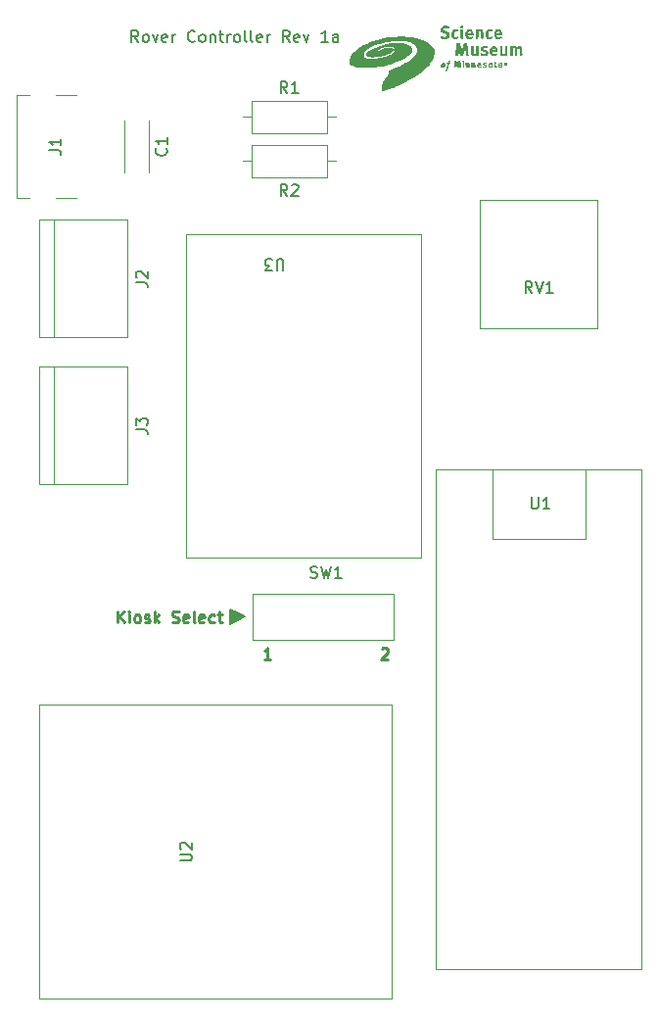
<source format=gto>
%TF.GenerationSoftware,KiCad,Pcbnew,7.0.7*%
%TF.CreationDate,2023-10-02T11:40:01-05:00*%
%TF.ProjectId,iowa-rover,696f7761-2d72-46f7-9665-722e6b696361,rev?*%
%TF.SameCoordinates,Original*%
%TF.FileFunction,Legend,Top*%
%TF.FilePolarity,Positive*%
%FSLAX46Y46*%
G04 Gerber Fmt 4.6, Leading zero omitted, Abs format (unit mm)*
G04 Created by KiCad (PCBNEW 7.0.7) date 2023-10-02 11:40:01*
%MOMM*%
%LPD*%
G01*
G04 APERTURE LIST*
%ADD10C,0.150000*%
%ADD11C,0.250000*%
%ADD12C,0.120000*%
%ADD13C,0.100000*%
%ADD14C,1.524000*%
%ADD15C,2.500000*%
%ADD16C,1.600000*%
%ADD17O,1.600000X1.600000*%
%ADD18R,3.000000X3.000000*%
%ADD19C,3.000000*%
%ADD20R,1.700000X1.700000*%
%ADD21O,1.700000X1.700000*%
%ADD22R,1.000000X0.700000*%
%ADD23R,1.000000X0.800000*%
%ADD24O,2.000000X0.900000*%
%ADD25O,1.700000X0.900000*%
G04 APERTURE END LIST*
D10*
X58420000Y-114300000D02*
X57150000Y-114935000D01*
X57150000Y-113665000D01*
X58420000Y-114300000D01*
G36*
X58420000Y-114300000D02*
G01*
X57150000Y-114935000D01*
X57150000Y-113665000D01*
X58420000Y-114300000D01*
G37*
X49168207Y-64639819D02*
X48834874Y-64163628D01*
X48596779Y-64639819D02*
X48596779Y-63639819D01*
X48596779Y-63639819D02*
X48977731Y-63639819D01*
X48977731Y-63639819D02*
X49072969Y-63687438D01*
X49072969Y-63687438D02*
X49120588Y-63735057D01*
X49120588Y-63735057D02*
X49168207Y-63830295D01*
X49168207Y-63830295D02*
X49168207Y-63973152D01*
X49168207Y-63973152D02*
X49120588Y-64068390D01*
X49120588Y-64068390D02*
X49072969Y-64116009D01*
X49072969Y-64116009D02*
X48977731Y-64163628D01*
X48977731Y-64163628D02*
X48596779Y-64163628D01*
X49739636Y-64639819D02*
X49644398Y-64592200D01*
X49644398Y-64592200D02*
X49596779Y-64544580D01*
X49596779Y-64544580D02*
X49549160Y-64449342D01*
X49549160Y-64449342D02*
X49549160Y-64163628D01*
X49549160Y-64163628D02*
X49596779Y-64068390D01*
X49596779Y-64068390D02*
X49644398Y-64020771D01*
X49644398Y-64020771D02*
X49739636Y-63973152D01*
X49739636Y-63973152D02*
X49882493Y-63973152D01*
X49882493Y-63973152D02*
X49977731Y-64020771D01*
X49977731Y-64020771D02*
X50025350Y-64068390D01*
X50025350Y-64068390D02*
X50072969Y-64163628D01*
X50072969Y-64163628D02*
X50072969Y-64449342D01*
X50072969Y-64449342D02*
X50025350Y-64544580D01*
X50025350Y-64544580D02*
X49977731Y-64592200D01*
X49977731Y-64592200D02*
X49882493Y-64639819D01*
X49882493Y-64639819D02*
X49739636Y-64639819D01*
X50406303Y-63973152D02*
X50644398Y-64639819D01*
X50644398Y-64639819D02*
X50882493Y-63973152D01*
X51644398Y-64592200D02*
X51549160Y-64639819D01*
X51549160Y-64639819D02*
X51358684Y-64639819D01*
X51358684Y-64639819D02*
X51263446Y-64592200D01*
X51263446Y-64592200D02*
X51215827Y-64496961D01*
X51215827Y-64496961D02*
X51215827Y-64116009D01*
X51215827Y-64116009D02*
X51263446Y-64020771D01*
X51263446Y-64020771D02*
X51358684Y-63973152D01*
X51358684Y-63973152D02*
X51549160Y-63973152D01*
X51549160Y-63973152D02*
X51644398Y-64020771D01*
X51644398Y-64020771D02*
X51692017Y-64116009D01*
X51692017Y-64116009D02*
X51692017Y-64211247D01*
X51692017Y-64211247D02*
X51215827Y-64306485D01*
X52120589Y-64639819D02*
X52120589Y-63973152D01*
X52120589Y-64163628D02*
X52168208Y-64068390D01*
X52168208Y-64068390D02*
X52215827Y-64020771D01*
X52215827Y-64020771D02*
X52311065Y-63973152D01*
X52311065Y-63973152D02*
X52406303Y-63973152D01*
X54072970Y-64544580D02*
X54025351Y-64592200D01*
X54025351Y-64592200D02*
X53882494Y-64639819D01*
X53882494Y-64639819D02*
X53787256Y-64639819D01*
X53787256Y-64639819D02*
X53644399Y-64592200D01*
X53644399Y-64592200D02*
X53549161Y-64496961D01*
X53549161Y-64496961D02*
X53501542Y-64401723D01*
X53501542Y-64401723D02*
X53453923Y-64211247D01*
X53453923Y-64211247D02*
X53453923Y-64068390D01*
X53453923Y-64068390D02*
X53501542Y-63877914D01*
X53501542Y-63877914D02*
X53549161Y-63782676D01*
X53549161Y-63782676D02*
X53644399Y-63687438D01*
X53644399Y-63687438D02*
X53787256Y-63639819D01*
X53787256Y-63639819D02*
X53882494Y-63639819D01*
X53882494Y-63639819D02*
X54025351Y-63687438D01*
X54025351Y-63687438D02*
X54072970Y-63735057D01*
X54644399Y-64639819D02*
X54549161Y-64592200D01*
X54549161Y-64592200D02*
X54501542Y-64544580D01*
X54501542Y-64544580D02*
X54453923Y-64449342D01*
X54453923Y-64449342D02*
X54453923Y-64163628D01*
X54453923Y-64163628D02*
X54501542Y-64068390D01*
X54501542Y-64068390D02*
X54549161Y-64020771D01*
X54549161Y-64020771D02*
X54644399Y-63973152D01*
X54644399Y-63973152D02*
X54787256Y-63973152D01*
X54787256Y-63973152D02*
X54882494Y-64020771D01*
X54882494Y-64020771D02*
X54930113Y-64068390D01*
X54930113Y-64068390D02*
X54977732Y-64163628D01*
X54977732Y-64163628D02*
X54977732Y-64449342D01*
X54977732Y-64449342D02*
X54930113Y-64544580D01*
X54930113Y-64544580D02*
X54882494Y-64592200D01*
X54882494Y-64592200D02*
X54787256Y-64639819D01*
X54787256Y-64639819D02*
X54644399Y-64639819D01*
X55406304Y-63973152D02*
X55406304Y-64639819D01*
X55406304Y-64068390D02*
X55453923Y-64020771D01*
X55453923Y-64020771D02*
X55549161Y-63973152D01*
X55549161Y-63973152D02*
X55692018Y-63973152D01*
X55692018Y-63973152D02*
X55787256Y-64020771D01*
X55787256Y-64020771D02*
X55834875Y-64116009D01*
X55834875Y-64116009D02*
X55834875Y-64639819D01*
X56168209Y-63973152D02*
X56549161Y-63973152D01*
X56311066Y-63639819D02*
X56311066Y-64496961D01*
X56311066Y-64496961D02*
X56358685Y-64592200D01*
X56358685Y-64592200D02*
X56453923Y-64639819D01*
X56453923Y-64639819D02*
X56549161Y-64639819D01*
X56882495Y-64639819D02*
X56882495Y-63973152D01*
X56882495Y-64163628D02*
X56930114Y-64068390D01*
X56930114Y-64068390D02*
X56977733Y-64020771D01*
X56977733Y-64020771D02*
X57072971Y-63973152D01*
X57072971Y-63973152D02*
X57168209Y-63973152D01*
X57644400Y-64639819D02*
X57549162Y-64592200D01*
X57549162Y-64592200D02*
X57501543Y-64544580D01*
X57501543Y-64544580D02*
X57453924Y-64449342D01*
X57453924Y-64449342D02*
X57453924Y-64163628D01*
X57453924Y-64163628D02*
X57501543Y-64068390D01*
X57501543Y-64068390D02*
X57549162Y-64020771D01*
X57549162Y-64020771D02*
X57644400Y-63973152D01*
X57644400Y-63973152D02*
X57787257Y-63973152D01*
X57787257Y-63973152D02*
X57882495Y-64020771D01*
X57882495Y-64020771D02*
X57930114Y-64068390D01*
X57930114Y-64068390D02*
X57977733Y-64163628D01*
X57977733Y-64163628D02*
X57977733Y-64449342D01*
X57977733Y-64449342D02*
X57930114Y-64544580D01*
X57930114Y-64544580D02*
X57882495Y-64592200D01*
X57882495Y-64592200D02*
X57787257Y-64639819D01*
X57787257Y-64639819D02*
X57644400Y-64639819D01*
X58549162Y-64639819D02*
X58453924Y-64592200D01*
X58453924Y-64592200D02*
X58406305Y-64496961D01*
X58406305Y-64496961D02*
X58406305Y-63639819D01*
X59072972Y-64639819D02*
X58977734Y-64592200D01*
X58977734Y-64592200D02*
X58930115Y-64496961D01*
X58930115Y-64496961D02*
X58930115Y-63639819D01*
X59834877Y-64592200D02*
X59739639Y-64639819D01*
X59739639Y-64639819D02*
X59549163Y-64639819D01*
X59549163Y-64639819D02*
X59453925Y-64592200D01*
X59453925Y-64592200D02*
X59406306Y-64496961D01*
X59406306Y-64496961D02*
X59406306Y-64116009D01*
X59406306Y-64116009D02*
X59453925Y-64020771D01*
X59453925Y-64020771D02*
X59549163Y-63973152D01*
X59549163Y-63973152D02*
X59739639Y-63973152D01*
X59739639Y-63973152D02*
X59834877Y-64020771D01*
X59834877Y-64020771D02*
X59882496Y-64116009D01*
X59882496Y-64116009D02*
X59882496Y-64211247D01*
X59882496Y-64211247D02*
X59406306Y-64306485D01*
X60311068Y-64639819D02*
X60311068Y-63973152D01*
X60311068Y-64163628D02*
X60358687Y-64068390D01*
X60358687Y-64068390D02*
X60406306Y-64020771D01*
X60406306Y-64020771D02*
X60501544Y-63973152D01*
X60501544Y-63973152D02*
X60596782Y-63973152D01*
X62263449Y-64639819D02*
X61930116Y-64163628D01*
X61692021Y-64639819D02*
X61692021Y-63639819D01*
X61692021Y-63639819D02*
X62072973Y-63639819D01*
X62072973Y-63639819D02*
X62168211Y-63687438D01*
X62168211Y-63687438D02*
X62215830Y-63735057D01*
X62215830Y-63735057D02*
X62263449Y-63830295D01*
X62263449Y-63830295D02*
X62263449Y-63973152D01*
X62263449Y-63973152D02*
X62215830Y-64068390D01*
X62215830Y-64068390D02*
X62168211Y-64116009D01*
X62168211Y-64116009D02*
X62072973Y-64163628D01*
X62072973Y-64163628D02*
X61692021Y-64163628D01*
X63072973Y-64592200D02*
X62977735Y-64639819D01*
X62977735Y-64639819D02*
X62787259Y-64639819D01*
X62787259Y-64639819D02*
X62692021Y-64592200D01*
X62692021Y-64592200D02*
X62644402Y-64496961D01*
X62644402Y-64496961D02*
X62644402Y-64116009D01*
X62644402Y-64116009D02*
X62692021Y-64020771D01*
X62692021Y-64020771D02*
X62787259Y-63973152D01*
X62787259Y-63973152D02*
X62977735Y-63973152D01*
X62977735Y-63973152D02*
X63072973Y-64020771D01*
X63072973Y-64020771D02*
X63120592Y-64116009D01*
X63120592Y-64116009D02*
X63120592Y-64211247D01*
X63120592Y-64211247D02*
X62644402Y-64306485D01*
X63453926Y-63973152D02*
X63692021Y-64639819D01*
X63692021Y-64639819D02*
X63930116Y-63973152D01*
X65596783Y-64639819D02*
X65025355Y-64639819D01*
X65311069Y-64639819D02*
X65311069Y-63639819D01*
X65311069Y-63639819D02*
X65215831Y-63782676D01*
X65215831Y-63782676D02*
X65120593Y-63877914D01*
X65120593Y-63877914D02*
X65025355Y-63925533D01*
X66453926Y-64639819D02*
X66453926Y-64116009D01*
X66453926Y-64116009D02*
X66406307Y-64020771D01*
X66406307Y-64020771D02*
X66311069Y-63973152D01*
X66311069Y-63973152D02*
X66120593Y-63973152D01*
X66120593Y-63973152D02*
X66025355Y-64020771D01*
X66453926Y-64592200D02*
X66358688Y-64639819D01*
X66358688Y-64639819D02*
X66120593Y-64639819D01*
X66120593Y-64639819D02*
X66025355Y-64592200D01*
X66025355Y-64592200D02*
X65977736Y-64496961D01*
X65977736Y-64496961D02*
X65977736Y-64401723D01*
X65977736Y-64401723D02*
X66025355Y-64306485D01*
X66025355Y-64306485D02*
X66120593Y-64258866D01*
X66120593Y-64258866D02*
X66358688Y-64258866D01*
X66358688Y-64258866D02*
X66453926Y-64211247D01*
D11*
X47392568Y-114799619D02*
X47392568Y-113799619D01*
X47963996Y-114799619D02*
X47535425Y-114228190D01*
X47963996Y-113799619D02*
X47392568Y-114371047D01*
X48392568Y-114799619D02*
X48392568Y-114132952D01*
X48392568Y-113799619D02*
X48344949Y-113847238D01*
X48344949Y-113847238D02*
X48392568Y-113894857D01*
X48392568Y-113894857D02*
X48440187Y-113847238D01*
X48440187Y-113847238D02*
X48392568Y-113799619D01*
X48392568Y-113799619D02*
X48392568Y-113894857D01*
X49011615Y-114799619D02*
X48916377Y-114752000D01*
X48916377Y-114752000D02*
X48868758Y-114704380D01*
X48868758Y-114704380D02*
X48821139Y-114609142D01*
X48821139Y-114609142D02*
X48821139Y-114323428D01*
X48821139Y-114323428D02*
X48868758Y-114228190D01*
X48868758Y-114228190D02*
X48916377Y-114180571D01*
X48916377Y-114180571D02*
X49011615Y-114132952D01*
X49011615Y-114132952D02*
X49154472Y-114132952D01*
X49154472Y-114132952D02*
X49249710Y-114180571D01*
X49249710Y-114180571D02*
X49297329Y-114228190D01*
X49297329Y-114228190D02*
X49344948Y-114323428D01*
X49344948Y-114323428D02*
X49344948Y-114609142D01*
X49344948Y-114609142D02*
X49297329Y-114704380D01*
X49297329Y-114704380D02*
X49249710Y-114752000D01*
X49249710Y-114752000D02*
X49154472Y-114799619D01*
X49154472Y-114799619D02*
X49011615Y-114799619D01*
X49725901Y-114752000D02*
X49821139Y-114799619D01*
X49821139Y-114799619D02*
X50011615Y-114799619D01*
X50011615Y-114799619D02*
X50106853Y-114752000D01*
X50106853Y-114752000D02*
X50154472Y-114656761D01*
X50154472Y-114656761D02*
X50154472Y-114609142D01*
X50154472Y-114609142D02*
X50106853Y-114513904D01*
X50106853Y-114513904D02*
X50011615Y-114466285D01*
X50011615Y-114466285D02*
X49868758Y-114466285D01*
X49868758Y-114466285D02*
X49773520Y-114418666D01*
X49773520Y-114418666D02*
X49725901Y-114323428D01*
X49725901Y-114323428D02*
X49725901Y-114275809D01*
X49725901Y-114275809D02*
X49773520Y-114180571D01*
X49773520Y-114180571D02*
X49868758Y-114132952D01*
X49868758Y-114132952D02*
X50011615Y-114132952D01*
X50011615Y-114132952D02*
X50106853Y-114180571D01*
X50583044Y-114799619D02*
X50583044Y-113799619D01*
X50678282Y-114418666D02*
X50963996Y-114799619D01*
X50963996Y-114132952D02*
X50583044Y-114513904D01*
X52106854Y-114752000D02*
X52249711Y-114799619D01*
X52249711Y-114799619D02*
X52487806Y-114799619D01*
X52487806Y-114799619D02*
X52583044Y-114752000D01*
X52583044Y-114752000D02*
X52630663Y-114704380D01*
X52630663Y-114704380D02*
X52678282Y-114609142D01*
X52678282Y-114609142D02*
X52678282Y-114513904D01*
X52678282Y-114513904D02*
X52630663Y-114418666D01*
X52630663Y-114418666D02*
X52583044Y-114371047D01*
X52583044Y-114371047D02*
X52487806Y-114323428D01*
X52487806Y-114323428D02*
X52297330Y-114275809D01*
X52297330Y-114275809D02*
X52202092Y-114228190D01*
X52202092Y-114228190D02*
X52154473Y-114180571D01*
X52154473Y-114180571D02*
X52106854Y-114085333D01*
X52106854Y-114085333D02*
X52106854Y-113990095D01*
X52106854Y-113990095D02*
X52154473Y-113894857D01*
X52154473Y-113894857D02*
X52202092Y-113847238D01*
X52202092Y-113847238D02*
X52297330Y-113799619D01*
X52297330Y-113799619D02*
X52535425Y-113799619D01*
X52535425Y-113799619D02*
X52678282Y-113847238D01*
X53487806Y-114752000D02*
X53392568Y-114799619D01*
X53392568Y-114799619D02*
X53202092Y-114799619D01*
X53202092Y-114799619D02*
X53106854Y-114752000D01*
X53106854Y-114752000D02*
X53059235Y-114656761D01*
X53059235Y-114656761D02*
X53059235Y-114275809D01*
X53059235Y-114275809D02*
X53106854Y-114180571D01*
X53106854Y-114180571D02*
X53202092Y-114132952D01*
X53202092Y-114132952D02*
X53392568Y-114132952D01*
X53392568Y-114132952D02*
X53487806Y-114180571D01*
X53487806Y-114180571D02*
X53535425Y-114275809D01*
X53535425Y-114275809D02*
X53535425Y-114371047D01*
X53535425Y-114371047D02*
X53059235Y-114466285D01*
X54106854Y-114799619D02*
X54011616Y-114752000D01*
X54011616Y-114752000D02*
X53963997Y-114656761D01*
X53963997Y-114656761D02*
X53963997Y-113799619D01*
X54868759Y-114752000D02*
X54773521Y-114799619D01*
X54773521Y-114799619D02*
X54583045Y-114799619D01*
X54583045Y-114799619D02*
X54487807Y-114752000D01*
X54487807Y-114752000D02*
X54440188Y-114656761D01*
X54440188Y-114656761D02*
X54440188Y-114275809D01*
X54440188Y-114275809D02*
X54487807Y-114180571D01*
X54487807Y-114180571D02*
X54583045Y-114132952D01*
X54583045Y-114132952D02*
X54773521Y-114132952D01*
X54773521Y-114132952D02*
X54868759Y-114180571D01*
X54868759Y-114180571D02*
X54916378Y-114275809D01*
X54916378Y-114275809D02*
X54916378Y-114371047D01*
X54916378Y-114371047D02*
X54440188Y-114466285D01*
X55773521Y-114752000D02*
X55678283Y-114799619D01*
X55678283Y-114799619D02*
X55487807Y-114799619D01*
X55487807Y-114799619D02*
X55392569Y-114752000D01*
X55392569Y-114752000D02*
X55344950Y-114704380D01*
X55344950Y-114704380D02*
X55297331Y-114609142D01*
X55297331Y-114609142D02*
X55297331Y-114323428D01*
X55297331Y-114323428D02*
X55344950Y-114228190D01*
X55344950Y-114228190D02*
X55392569Y-114180571D01*
X55392569Y-114180571D02*
X55487807Y-114132952D01*
X55487807Y-114132952D02*
X55678283Y-114132952D01*
X55678283Y-114132952D02*
X55773521Y-114180571D01*
X56059236Y-114132952D02*
X56440188Y-114132952D01*
X56202093Y-113799619D02*
X56202093Y-114656761D01*
X56202093Y-114656761D02*
X56249712Y-114752000D01*
X56249712Y-114752000D02*
X56344950Y-114799619D01*
X56344950Y-114799619D02*
X56440188Y-114799619D01*
X60616377Y-117974619D02*
X60044949Y-117974619D01*
X60330663Y-117974619D02*
X60330663Y-116974619D01*
X60330663Y-116974619D02*
X60235425Y-117117476D01*
X60235425Y-117117476D02*
X60140187Y-117212714D01*
X60140187Y-117212714D02*
X60044949Y-117260333D01*
X70204949Y-117069857D02*
X70252568Y-117022238D01*
X70252568Y-117022238D02*
X70347806Y-116974619D01*
X70347806Y-116974619D02*
X70585901Y-116974619D01*
X70585901Y-116974619D02*
X70681139Y-117022238D01*
X70681139Y-117022238D02*
X70728758Y-117069857D01*
X70728758Y-117069857D02*
X70776377Y-117165095D01*
X70776377Y-117165095D02*
X70776377Y-117260333D01*
X70776377Y-117260333D02*
X70728758Y-117403190D01*
X70728758Y-117403190D02*
X70157330Y-117974619D01*
X70157330Y-117974619D02*
X70776377Y-117974619D01*
D10*
X52794819Y-135381904D02*
X53604342Y-135381904D01*
X53604342Y-135381904D02*
X53699580Y-135334285D01*
X53699580Y-135334285D02*
X53747200Y-135286666D01*
X53747200Y-135286666D02*
X53794819Y-135191428D01*
X53794819Y-135191428D02*
X53794819Y-135000952D01*
X53794819Y-135000952D02*
X53747200Y-134905714D01*
X53747200Y-134905714D02*
X53699580Y-134858095D01*
X53699580Y-134858095D02*
X53604342Y-134810476D01*
X53604342Y-134810476D02*
X52794819Y-134810476D01*
X52890057Y-134381904D02*
X52842438Y-134334285D01*
X52842438Y-134334285D02*
X52794819Y-134239047D01*
X52794819Y-134239047D02*
X52794819Y-134000952D01*
X52794819Y-134000952D02*
X52842438Y-133905714D01*
X52842438Y-133905714D02*
X52890057Y-133858095D01*
X52890057Y-133858095D02*
X52985295Y-133810476D01*
X52985295Y-133810476D02*
X53080533Y-133810476D01*
X53080533Y-133810476D02*
X53223390Y-133858095D01*
X53223390Y-133858095D02*
X53794819Y-134429523D01*
X53794819Y-134429523D02*
X53794819Y-133810476D01*
X62063333Y-77924819D02*
X61730000Y-77448628D01*
X61491905Y-77924819D02*
X61491905Y-76924819D01*
X61491905Y-76924819D02*
X61872857Y-76924819D01*
X61872857Y-76924819D02*
X61968095Y-76972438D01*
X61968095Y-76972438D02*
X62015714Y-77020057D01*
X62015714Y-77020057D02*
X62063333Y-77115295D01*
X62063333Y-77115295D02*
X62063333Y-77258152D01*
X62063333Y-77258152D02*
X62015714Y-77353390D01*
X62015714Y-77353390D02*
X61968095Y-77401009D01*
X61968095Y-77401009D02*
X61872857Y-77448628D01*
X61872857Y-77448628D02*
X61491905Y-77448628D01*
X62444286Y-77020057D02*
X62491905Y-76972438D01*
X62491905Y-76972438D02*
X62587143Y-76924819D01*
X62587143Y-76924819D02*
X62825238Y-76924819D01*
X62825238Y-76924819D02*
X62920476Y-76972438D01*
X62920476Y-76972438D02*
X62968095Y-77020057D01*
X62968095Y-77020057D02*
X63015714Y-77115295D01*
X63015714Y-77115295D02*
X63015714Y-77210533D01*
X63015714Y-77210533D02*
X62968095Y-77353390D01*
X62968095Y-77353390D02*
X62396667Y-77924819D01*
X62396667Y-77924819D02*
X63015714Y-77924819D01*
X48984819Y-85423333D02*
X49699104Y-85423333D01*
X49699104Y-85423333D02*
X49841961Y-85470952D01*
X49841961Y-85470952D02*
X49937200Y-85566190D01*
X49937200Y-85566190D02*
X49984819Y-85709047D01*
X49984819Y-85709047D02*
X49984819Y-85804285D01*
X49080057Y-84994761D02*
X49032438Y-84947142D01*
X49032438Y-84947142D02*
X48984819Y-84851904D01*
X48984819Y-84851904D02*
X48984819Y-84613809D01*
X48984819Y-84613809D02*
X49032438Y-84518571D01*
X49032438Y-84518571D02*
X49080057Y-84470952D01*
X49080057Y-84470952D02*
X49175295Y-84423333D01*
X49175295Y-84423333D02*
X49270533Y-84423333D01*
X49270533Y-84423333D02*
X49413390Y-84470952D01*
X49413390Y-84470952D02*
X49984819Y-85042380D01*
X49984819Y-85042380D02*
X49984819Y-84423333D01*
X83224761Y-86314819D02*
X82891428Y-85838628D01*
X82653333Y-86314819D02*
X82653333Y-85314819D01*
X82653333Y-85314819D02*
X83034285Y-85314819D01*
X83034285Y-85314819D02*
X83129523Y-85362438D01*
X83129523Y-85362438D02*
X83177142Y-85410057D01*
X83177142Y-85410057D02*
X83224761Y-85505295D01*
X83224761Y-85505295D02*
X83224761Y-85648152D01*
X83224761Y-85648152D02*
X83177142Y-85743390D01*
X83177142Y-85743390D02*
X83129523Y-85791009D01*
X83129523Y-85791009D02*
X83034285Y-85838628D01*
X83034285Y-85838628D02*
X82653333Y-85838628D01*
X83510476Y-85314819D02*
X83843809Y-86314819D01*
X83843809Y-86314819D02*
X84177142Y-85314819D01*
X85034285Y-86314819D02*
X84462857Y-86314819D01*
X84748571Y-86314819D02*
X84748571Y-85314819D01*
X84748571Y-85314819D02*
X84653333Y-85457676D01*
X84653333Y-85457676D02*
X84558095Y-85552914D01*
X84558095Y-85552914D02*
X84462857Y-85600533D01*
X83185095Y-103975819D02*
X83185095Y-104785342D01*
X83185095Y-104785342D02*
X83232714Y-104880580D01*
X83232714Y-104880580D02*
X83280333Y-104928200D01*
X83280333Y-104928200D02*
X83375571Y-104975819D01*
X83375571Y-104975819D02*
X83566047Y-104975819D01*
X83566047Y-104975819D02*
X83661285Y-104928200D01*
X83661285Y-104928200D02*
X83708904Y-104880580D01*
X83708904Y-104880580D02*
X83756523Y-104785342D01*
X83756523Y-104785342D02*
X83756523Y-103975819D01*
X84756523Y-104975819D02*
X84185095Y-104975819D01*
X84470809Y-104975819D02*
X84470809Y-103975819D01*
X84470809Y-103975819D02*
X84375571Y-104118676D01*
X84375571Y-104118676D02*
X84280333Y-104213914D01*
X84280333Y-104213914D02*
X84185095Y-104261533D01*
X64071667Y-110897200D02*
X64214524Y-110944819D01*
X64214524Y-110944819D02*
X64452619Y-110944819D01*
X64452619Y-110944819D02*
X64547857Y-110897200D01*
X64547857Y-110897200D02*
X64595476Y-110849580D01*
X64595476Y-110849580D02*
X64643095Y-110754342D01*
X64643095Y-110754342D02*
X64643095Y-110659104D01*
X64643095Y-110659104D02*
X64595476Y-110563866D01*
X64595476Y-110563866D02*
X64547857Y-110516247D01*
X64547857Y-110516247D02*
X64452619Y-110468628D01*
X64452619Y-110468628D02*
X64262143Y-110421009D01*
X64262143Y-110421009D02*
X64166905Y-110373390D01*
X64166905Y-110373390D02*
X64119286Y-110325771D01*
X64119286Y-110325771D02*
X64071667Y-110230533D01*
X64071667Y-110230533D02*
X64071667Y-110135295D01*
X64071667Y-110135295D02*
X64119286Y-110040057D01*
X64119286Y-110040057D02*
X64166905Y-109992438D01*
X64166905Y-109992438D02*
X64262143Y-109944819D01*
X64262143Y-109944819D02*
X64500238Y-109944819D01*
X64500238Y-109944819D02*
X64643095Y-109992438D01*
X64976429Y-109944819D02*
X65214524Y-110944819D01*
X65214524Y-110944819D02*
X65405000Y-110230533D01*
X65405000Y-110230533D02*
X65595476Y-110944819D01*
X65595476Y-110944819D02*
X65833572Y-109944819D01*
X66738333Y-110944819D02*
X66166905Y-110944819D01*
X66452619Y-110944819D02*
X66452619Y-109944819D01*
X66452619Y-109944819D02*
X66357381Y-110087676D01*
X66357381Y-110087676D02*
X66262143Y-110182914D01*
X66262143Y-110182914D02*
X66166905Y-110230533D01*
X61721904Y-84365180D02*
X61721904Y-83555657D01*
X61721904Y-83555657D02*
X61674285Y-83460419D01*
X61674285Y-83460419D02*
X61626666Y-83412800D01*
X61626666Y-83412800D02*
X61531428Y-83365180D01*
X61531428Y-83365180D02*
X61340952Y-83365180D01*
X61340952Y-83365180D02*
X61245714Y-83412800D01*
X61245714Y-83412800D02*
X61198095Y-83460419D01*
X61198095Y-83460419D02*
X61150476Y-83555657D01*
X61150476Y-83555657D02*
X61150476Y-84365180D01*
X60769523Y-84365180D02*
X60150476Y-84365180D01*
X60150476Y-84365180D02*
X60483809Y-83984228D01*
X60483809Y-83984228D02*
X60340952Y-83984228D01*
X60340952Y-83984228D02*
X60245714Y-83936609D01*
X60245714Y-83936609D02*
X60198095Y-83888990D01*
X60198095Y-83888990D02*
X60150476Y-83793752D01*
X60150476Y-83793752D02*
X60150476Y-83555657D01*
X60150476Y-83555657D02*
X60198095Y-83460419D01*
X60198095Y-83460419D02*
X60245714Y-83412800D01*
X60245714Y-83412800D02*
X60340952Y-83365180D01*
X60340952Y-83365180D02*
X60626666Y-83365180D01*
X60626666Y-83365180D02*
X60721904Y-83412800D01*
X60721904Y-83412800D02*
X60769523Y-83460419D01*
X41491819Y-73993333D02*
X42206104Y-73993333D01*
X42206104Y-73993333D02*
X42348961Y-74040952D01*
X42348961Y-74040952D02*
X42444200Y-74136190D01*
X42444200Y-74136190D02*
X42491819Y-74279047D01*
X42491819Y-74279047D02*
X42491819Y-74374285D01*
X42491819Y-72993333D02*
X42491819Y-73564761D01*
X42491819Y-73279047D02*
X41491819Y-73279047D01*
X41491819Y-73279047D02*
X41634676Y-73374285D01*
X41634676Y-73374285D02*
X41729914Y-73469523D01*
X41729914Y-73469523D02*
X41777533Y-73564761D01*
X62063333Y-69034819D02*
X61730000Y-68558628D01*
X61491905Y-69034819D02*
X61491905Y-68034819D01*
X61491905Y-68034819D02*
X61872857Y-68034819D01*
X61872857Y-68034819D02*
X61968095Y-68082438D01*
X61968095Y-68082438D02*
X62015714Y-68130057D01*
X62015714Y-68130057D02*
X62063333Y-68225295D01*
X62063333Y-68225295D02*
X62063333Y-68368152D01*
X62063333Y-68368152D02*
X62015714Y-68463390D01*
X62015714Y-68463390D02*
X61968095Y-68511009D01*
X61968095Y-68511009D02*
X61872857Y-68558628D01*
X61872857Y-68558628D02*
X61491905Y-68558628D01*
X63015714Y-69034819D02*
X62444286Y-69034819D01*
X62730000Y-69034819D02*
X62730000Y-68034819D01*
X62730000Y-68034819D02*
X62634762Y-68177676D01*
X62634762Y-68177676D02*
X62539524Y-68272914D01*
X62539524Y-68272914D02*
X62444286Y-68320533D01*
X51581580Y-73826666D02*
X51629200Y-73874285D01*
X51629200Y-73874285D02*
X51676819Y-74017142D01*
X51676819Y-74017142D02*
X51676819Y-74112380D01*
X51676819Y-74112380D02*
X51629200Y-74255237D01*
X51629200Y-74255237D02*
X51533961Y-74350475D01*
X51533961Y-74350475D02*
X51438723Y-74398094D01*
X51438723Y-74398094D02*
X51248247Y-74445713D01*
X51248247Y-74445713D02*
X51105390Y-74445713D01*
X51105390Y-74445713D02*
X50914914Y-74398094D01*
X50914914Y-74398094D02*
X50819676Y-74350475D01*
X50819676Y-74350475D02*
X50724438Y-74255237D01*
X50724438Y-74255237D02*
X50676819Y-74112380D01*
X50676819Y-74112380D02*
X50676819Y-74017142D01*
X50676819Y-74017142D02*
X50724438Y-73874285D01*
X50724438Y-73874285D02*
X50772057Y-73826666D01*
X51676819Y-72874285D02*
X51676819Y-73445713D01*
X51676819Y-73159999D02*
X50676819Y-73159999D01*
X50676819Y-73159999D02*
X50819676Y-73255237D01*
X50819676Y-73255237D02*
X50914914Y-73350475D01*
X50914914Y-73350475D02*
X50962533Y-73445713D01*
X48984819Y-98123333D02*
X49699104Y-98123333D01*
X49699104Y-98123333D02*
X49841961Y-98170952D01*
X49841961Y-98170952D02*
X49937200Y-98266190D01*
X49937200Y-98266190D02*
X49984819Y-98409047D01*
X49984819Y-98409047D02*
X49984819Y-98504285D01*
X48984819Y-97742380D02*
X48984819Y-97123333D01*
X48984819Y-97123333D02*
X49365771Y-97456666D01*
X49365771Y-97456666D02*
X49365771Y-97313809D01*
X49365771Y-97313809D02*
X49413390Y-97218571D01*
X49413390Y-97218571D02*
X49461009Y-97170952D01*
X49461009Y-97170952D02*
X49556247Y-97123333D01*
X49556247Y-97123333D02*
X49794342Y-97123333D01*
X49794342Y-97123333D02*
X49889580Y-97170952D01*
X49889580Y-97170952D02*
X49937200Y-97218571D01*
X49937200Y-97218571D02*
X49984819Y-97313809D01*
X49984819Y-97313809D02*
X49984819Y-97599523D01*
X49984819Y-97599523D02*
X49937200Y-97694761D01*
X49937200Y-97694761D02*
X49889580Y-97742380D01*
D12*
%TO.C,U2*%
X71120000Y-147320000D02*
X40640000Y-147320000D01*
X40640000Y-147320000D02*
X40640000Y-121920000D01*
X40640000Y-121920000D02*
X71120000Y-121920000D01*
X71120000Y-121920000D02*
X71120000Y-147320000D01*
%TO.C,R2*%
X58190000Y-74930000D02*
X58960000Y-74930000D01*
X58960000Y-73560000D02*
X58960000Y-76300000D01*
X58960000Y-76300000D02*
X65500000Y-76300000D01*
X65500000Y-73560000D02*
X58960000Y-73560000D01*
X65500000Y-76300000D02*
X65500000Y-73560000D01*
X66270000Y-74930000D02*
X65500000Y-74930000D01*
%TO.C,J2*%
X48260000Y-80010000D02*
X40640000Y-80010000D01*
X40640000Y-80010000D02*
X40640000Y-90170000D01*
X48260000Y-90170000D02*
X48260000Y-80010000D01*
X41910000Y-90170000D02*
X41910000Y-80010000D01*
X40640000Y-90170000D02*
X48260000Y-90170000D01*
%TO.C,RV1*%
X78740000Y-89400000D02*
X88900000Y-89400000D01*
X88900000Y-89400000D02*
X88900000Y-78240000D01*
X88900000Y-78240000D02*
X78740000Y-78240000D01*
X78740000Y-78240000D02*
X78740000Y-89400000D01*
%TO.C,U1*%
X74930000Y-101600000D02*
X74930000Y-144780000D01*
X74930000Y-144780000D02*
X92710000Y-144780000D01*
X92710000Y-101600000D02*
X74930000Y-101600000D01*
X92710000Y-144780000D02*
X92710000Y-101600000D01*
X79820000Y-101600000D02*
X87820000Y-101600000D01*
X87820000Y-101600000D02*
X87820000Y-107600000D01*
X87820000Y-107600000D02*
X79820000Y-107600000D01*
X79820000Y-107600000D02*
X79820000Y-101600000D01*
D13*
%TO.C,SW1*%
X71290000Y-112300000D02*
X59055000Y-112300000D01*
X59055000Y-112300000D02*
X59055000Y-116300000D01*
X59055000Y-116300000D02*
X71290000Y-116300000D01*
X71290000Y-116300000D02*
X71290000Y-112300000D01*
%TO.C,G\u002A\u002A\u002A*%
G36*
X77334302Y-66431915D02*
G01*
X77337887Y-66468425D01*
X77340581Y-66523445D01*
X77342116Y-66592207D01*
X77342369Y-66636080D01*
X77342369Y-66853473D01*
X77230165Y-66853473D01*
X77230165Y-66436218D01*
X77273995Y-66427452D01*
X77308383Y-66421288D01*
X77329981Y-66418686D01*
X77330096Y-66418686D01*
X77334302Y-66431915D01*
G37*
G36*
X77329237Y-66260669D02*
G01*
X77352633Y-66290218D01*
X77356394Y-66315299D01*
X77344969Y-66356607D01*
X77315543Y-66381963D01*
X77275385Y-66387585D01*
X77240684Y-66375486D01*
X77222210Y-66350713D01*
X77216566Y-66313995D01*
X77224712Y-66278802D01*
X77232970Y-66267212D01*
X77259197Y-66254252D01*
X77286267Y-66250381D01*
X77329237Y-66260669D01*
G37*
G36*
X77237909Y-63212014D02*
G01*
X77276367Y-63251139D01*
X77293870Y-63293709D01*
X77294127Y-63349512D01*
X77272936Y-63397212D01*
X77236042Y-63433404D01*
X77189192Y-63454685D01*
X77138132Y-63457650D01*
X77088608Y-63438894D01*
X77071488Y-63425458D01*
X77034629Y-63375189D01*
X77023054Y-63320223D01*
X77036516Y-63266459D01*
X77074767Y-63219799D01*
X77080330Y-63215464D01*
X77132821Y-63191586D01*
X77187704Y-63191299D01*
X77237909Y-63212014D01*
G37*
G36*
X77272550Y-63853613D02*
G01*
X77272871Y-63960435D01*
X77273791Y-64043172D01*
X77275581Y-64105791D01*
X77278511Y-64152254D01*
X77282854Y-64186528D01*
X77288879Y-64212578D01*
X77296858Y-64234367D01*
X77298902Y-64238981D01*
X77324947Y-64296328D01*
X77250820Y-64340666D01*
X77209747Y-64364078D01*
X77177866Y-64380146D01*
X77163977Y-64385003D01*
X77147017Y-64375507D01*
X77121502Y-64352097D01*
X77116219Y-64346433D01*
X77095637Y-64322297D01*
X77079647Y-64298137D01*
X77067672Y-64270151D01*
X77059137Y-64234532D01*
X77053465Y-64187477D01*
X77050079Y-64125181D01*
X77048404Y-64043840D01*
X77047863Y-63939650D01*
X77047835Y-63894974D01*
X77047835Y-63560545D01*
X77079978Y-63552478D01*
X77111798Y-63546336D01*
X77158947Y-63539238D01*
X77192181Y-63535001D01*
X77272242Y-63525591D01*
X77272550Y-63853613D01*
G37*
G36*
X79713914Y-66431025D02*
G01*
X79771322Y-66466205D01*
X79812563Y-66521516D01*
X79835218Y-66594192D01*
X79838890Y-66643092D01*
X79828196Y-66723110D01*
X79798495Y-66787912D01*
X79753356Y-66834950D01*
X79696349Y-66861677D01*
X79631045Y-66865545D01*
X79561013Y-66844007D01*
X79558859Y-66842933D01*
X79504031Y-66800489D01*
X79469593Y-66739055D01*
X79455857Y-66659234D01*
X79455601Y-66644807D01*
X79455821Y-66643092D01*
X79586433Y-66643092D01*
X79591242Y-66707785D01*
X79606477Y-66748377D01*
X79633353Y-66767263D01*
X79650387Y-66769321D01*
X79682625Y-66758961D01*
X79698983Y-66733344D01*
X79708238Y-66694603D01*
X79712609Y-66647965D01*
X79712661Y-66643092D01*
X79706419Y-66576696D01*
X79687874Y-66534578D01*
X79657301Y-66517295D01*
X79650387Y-66516864D01*
X79617610Y-66526355D01*
X79597044Y-66556427D01*
X79587476Y-66609471D01*
X79586433Y-66643092D01*
X79455821Y-66643092D01*
X79466062Y-66563188D01*
X79495646Y-66497043D01*
X79541899Y-66449334D01*
X79602370Y-66423025D01*
X79642753Y-66418738D01*
X79713914Y-66431025D01*
G37*
G36*
X75612652Y-66425889D02*
G01*
X75636983Y-66432283D01*
X75685830Y-66456968D01*
X75715234Y-66494969D01*
X75728188Y-66551182D01*
X75729447Y-66583549D01*
X75718562Y-66674746D01*
X75687539Y-66751553D01*
X75638830Y-66811123D01*
X75574888Y-66850611D01*
X75498163Y-66867168D01*
X75484921Y-66867499D01*
X75434880Y-66862387D01*
X75395701Y-66843097D01*
X75375957Y-66826957D01*
X75349338Y-66800190D01*
X75336007Y-66774338D01*
X75331726Y-66738119D01*
X75331698Y-66709207D01*
X75332031Y-66706841D01*
X75462965Y-66706841D01*
X75466748Y-66755831D01*
X75479849Y-66779935D01*
X75504893Y-66781509D01*
X75532793Y-66769481D01*
X75557562Y-66743627D01*
X75579480Y-66699226D01*
X75595163Y-66645780D01*
X75601226Y-66592788D01*
X75600702Y-66578870D01*
X75595440Y-66542984D01*
X75583827Y-66527276D01*
X75561143Y-66523876D01*
X75535701Y-66530037D01*
X75513845Y-66552460D01*
X75494522Y-66586456D01*
X75474850Y-66637988D01*
X75463852Y-66691340D01*
X75462965Y-66706841D01*
X75332031Y-66706841D01*
X75343578Y-66624687D01*
X75374247Y-66550724D01*
X75420097Y-66490589D01*
X75477520Y-66447556D01*
X75542908Y-66424899D01*
X75612652Y-66425889D01*
G37*
G36*
X77577402Y-66425878D02*
G01*
X77586230Y-66436246D01*
X77598162Y-66449300D01*
X77615524Y-66448883D01*
X77646273Y-66435775D01*
X77699048Y-66422127D01*
X77751548Y-66427411D01*
X77794794Y-66449551D01*
X77815171Y-66474788D01*
X77823861Y-66506793D01*
X77830092Y-66559757D01*
X77833107Y-66626641D01*
X77833266Y-66643092D01*
X77834749Y-66703305D01*
X77838378Y-66754107D01*
X77843512Y-66788105D01*
X77846564Y-66796690D01*
X77848772Y-66815525D01*
X77828149Y-66835739D01*
X77817960Y-66842272D01*
X77787345Y-66860495D01*
X77770295Y-66864764D01*
X77755697Y-66854466D01*
X77740760Y-66838009D01*
X77727644Y-66818287D01*
X77718844Y-66789627D01*
X77713221Y-66745953D01*
X77709638Y-66681193D01*
X77709221Y-66669704D01*
X77706477Y-66605855D01*
X77702864Y-66565057D01*
X77697287Y-66542308D01*
X77688651Y-66532611D01*
X77678811Y-66530889D01*
X77649397Y-66532479D01*
X77629629Y-66540334D01*
X77617600Y-66559084D01*
X77611402Y-66593359D01*
X77609129Y-66647788D01*
X77608851Y-66700695D01*
X77608851Y-66853473D01*
X77484064Y-66853473D01*
X77475610Y-66446549D01*
X77524092Y-66430573D01*
X77558505Y-66421762D01*
X77577402Y-66425878D01*
G37*
G36*
X78082317Y-66425878D02*
G01*
X78091145Y-66436246D01*
X78103077Y-66449300D01*
X78120439Y-66448883D01*
X78151187Y-66435775D01*
X78203962Y-66422127D01*
X78256462Y-66427411D01*
X78299708Y-66449551D01*
X78320085Y-66474788D01*
X78328775Y-66506793D01*
X78335006Y-66559757D01*
X78338021Y-66626641D01*
X78338180Y-66643092D01*
X78339664Y-66703305D01*
X78343292Y-66754107D01*
X78348426Y-66788105D01*
X78351479Y-66796690D01*
X78353686Y-66815525D01*
X78333064Y-66835739D01*
X78322874Y-66842272D01*
X78292259Y-66860495D01*
X78275209Y-66864764D01*
X78260611Y-66854466D01*
X78245674Y-66838009D01*
X78232558Y-66818287D01*
X78223758Y-66789627D01*
X78218136Y-66745953D01*
X78214553Y-66681193D01*
X78214135Y-66669704D01*
X78211391Y-66605855D01*
X78207778Y-66565057D01*
X78202201Y-66542308D01*
X78193566Y-66532611D01*
X78183725Y-66530889D01*
X78154311Y-66532479D01*
X78134543Y-66540334D01*
X78122514Y-66559084D01*
X78116317Y-66593359D01*
X78114043Y-66647788D01*
X78113766Y-66700695D01*
X78113766Y-66853473D01*
X77988978Y-66853473D01*
X77980524Y-66446549D01*
X78029007Y-66430573D01*
X78063420Y-66421762D01*
X78082317Y-66425878D01*
G37*
G36*
X80105372Y-66361023D02*
G01*
X80106919Y-66397640D01*
X80115422Y-66414170D01*
X80136675Y-66418552D01*
X80147449Y-66418686D01*
X80180252Y-66424544D01*
X80189525Y-66440646D01*
X80180217Y-66479526D01*
X80157095Y-66508007D01*
X80132403Y-66516864D01*
X80119284Y-66518723D01*
X80111313Y-66527820D01*
X80107511Y-66549435D01*
X80106900Y-66588846D01*
X80108352Y-66646599D01*
X80112385Y-66776334D01*
X80149523Y-66773889D01*
X80178437Y-66777737D01*
X80191805Y-66799726D01*
X80193867Y-66808953D01*
X80197396Y-66838366D01*
X80195607Y-66851996D01*
X80179662Y-66856418D01*
X80145063Y-66861553D01*
X80120753Y-66864199D01*
X80075921Y-66866316D01*
X80046733Y-66859584D01*
X80021331Y-66840693D01*
X80015254Y-66834757D01*
X79998748Y-66816441D01*
X79988219Y-66797010D01*
X79982333Y-66769920D01*
X79979754Y-66728629D01*
X79979147Y-66666594D01*
X79979144Y-66657755D01*
X79978453Y-66592182D01*
X79975924Y-66550031D01*
X79970867Y-66526695D01*
X79962596Y-66517568D01*
X79958106Y-66516864D01*
X79941481Y-66504454D01*
X79937068Y-66474347D01*
X79943647Y-66439949D01*
X79958106Y-66423758D01*
X79973766Y-66404889D01*
X79979144Y-66375937D01*
X79981130Y-66347205D01*
X79991697Y-66330680D01*
X80017759Y-66320480D01*
X80052884Y-66313208D01*
X80105372Y-66303361D01*
X80105372Y-66361023D01*
G37*
G36*
X79227466Y-66425488D02*
G01*
X79271333Y-66439017D01*
X79302445Y-66454050D01*
X79312152Y-66468511D01*
X79305557Y-66490994D01*
X79304113Y-66494200D01*
X79292211Y-66514143D01*
X79274527Y-66524159D01*
X79242760Y-66527075D01*
X79209420Y-66526464D01*
X79156961Y-66528598D01*
X79131048Y-66538078D01*
X79131732Y-66553051D01*
X79159060Y-66571663D01*
X79207747Y-66590396D01*
X79255007Y-66609130D01*
X79293817Y-66631084D01*
X79309431Y-66644545D01*
X79331703Y-66691839D01*
X79330272Y-66745707D01*
X79305806Y-66798834D01*
X79293984Y-66813636D01*
X79267143Y-66839795D01*
X79239375Y-66854064D01*
X79199921Y-66860737D01*
X79171262Y-66862629D01*
X79117225Y-66862028D01*
X79067436Y-66855931D01*
X79043955Y-66849650D01*
X79004609Y-66832122D01*
X78987891Y-66814867D01*
X78989447Y-66790498D01*
X78997038Y-66770112D01*
X79011348Y-66742258D01*
X79026559Y-66736447D01*
X79044178Y-66743805D01*
X79096305Y-66764665D01*
X79145683Y-66772474D01*
X79183046Y-66766016D01*
X79188483Y-66762746D01*
X79205953Y-66739229D01*
X79198205Y-66716468D01*
X79167911Y-66698205D01*
X79136855Y-66690432D01*
X79073466Y-66670501D01*
X79026724Y-66635819D01*
X79000993Y-66590348D01*
X78997366Y-66563784D01*
X79001486Y-66522063D01*
X79011435Y-66488747D01*
X79011807Y-66488036D01*
X79045626Y-66452370D01*
X79097803Y-66429120D01*
X79160897Y-66419691D01*
X79227466Y-66425488D01*
G37*
G36*
X76727917Y-63531852D02*
G01*
X76809229Y-63563993D01*
X76854568Y-63596055D01*
X76867155Y-63609970D01*
X76867860Y-63625319D01*
X76854826Y-63649591D01*
X76833830Y-63679670D01*
X76806803Y-63715742D01*
X76785335Y-63741623D01*
X76777170Y-63749432D01*
X76758894Y-63747670D01*
X76725757Y-63734967D01*
X76705747Y-63725090D01*
X76646914Y-63702621D01*
X76599335Y-63704341D01*
X76562176Y-63730912D01*
X76534602Y-63782997D01*
X76515780Y-63861256D01*
X76513311Y-63877779D01*
X76506514Y-63968584D01*
X76511258Y-64051486D01*
X76526625Y-64120944D01*
X76551694Y-64171418D01*
X76564336Y-64185141D01*
X76608214Y-64210828D01*
X76656963Y-64213090D01*
X76715009Y-64191819D01*
X76734734Y-64180928D01*
X76771814Y-64161715D01*
X76799234Y-64152075D01*
X76807267Y-64152263D01*
X76821458Y-64167193D01*
X76844572Y-64197131D01*
X76857980Y-64215959D01*
X76880026Y-64253289D01*
X76884467Y-64281754D01*
X76868871Y-64306106D01*
X76830810Y-64331093D01*
X76788365Y-64352034D01*
X76713504Y-64375749D01*
X76628145Y-64385291D01*
X76543430Y-64380423D01*
X76470500Y-64360912D01*
X76465781Y-64358836D01*
X76388431Y-64308772D01*
X76328925Y-64237811D01*
X76287917Y-64147222D01*
X76266061Y-64038274D01*
X76262413Y-63964241D01*
X76272122Y-63842069D01*
X76301523Y-63739445D01*
X76351027Y-63655544D01*
X76421045Y-63589541D01*
X76461565Y-63564245D01*
X76547300Y-63531428D01*
X76638345Y-63520813D01*
X76727917Y-63531852D01*
G37*
G36*
X78726303Y-66427989D02*
G01*
X78760653Y-66436860D01*
X78788063Y-66455315D01*
X78792889Y-66459721D01*
X78828958Y-66510679D01*
X78851212Y-66579044D01*
X78857034Y-66639586D01*
X78857112Y-66685169D01*
X78737896Y-66685169D01*
X78679600Y-66685804D01*
X78643961Y-66688470D01*
X78625601Y-66694306D01*
X78619139Y-66704450D01*
X78618680Y-66710414D01*
X78627560Y-66741526D01*
X78635510Y-66752491D01*
X78664068Y-66765234D01*
X78706820Y-66768690D01*
X78751463Y-66762766D01*
X78776277Y-66753520D01*
X78802384Y-66745504D01*
X78821737Y-66759630D01*
X78824444Y-66763213D01*
X78840794Y-66793981D01*
X78834801Y-66817106D01*
X78804169Y-66838585D01*
X78793522Y-66843863D01*
X78725903Y-66863821D01*
X78654897Y-66864441D01*
X78591475Y-66845923D01*
X78580791Y-66840016D01*
X78531540Y-66794690D01*
X78499234Y-66733437D01*
X78484425Y-66663093D01*
X78487668Y-66590495D01*
X78492931Y-66574112D01*
X78618680Y-66574112D01*
X78631125Y-66582178D01*
X78662215Y-66586663D01*
X78674782Y-66586991D01*
X78709916Y-66584134D01*
X78729455Y-66576997D01*
X78730883Y-66574112D01*
X78720164Y-66536516D01*
X78689653Y-66518233D01*
X78674782Y-66516864D01*
X78637939Y-66527803D01*
X78620022Y-66558936D01*
X78618680Y-66574112D01*
X78492931Y-66574112D01*
X78509516Y-66522480D01*
X78550473Y-66465935D01*
X78579053Y-66442362D01*
X78608515Y-66430251D01*
X78649961Y-66426004D01*
X78674573Y-66425699D01*
X78726303Y-66427989D01*
G37*
G36*
X81081559Y-64987457D02*
G01*
X81083486Y-65025064D01*
X81085094Y-65083060D01*
X81086294Y-65157617D01*
X81086999Y-65244903D01*
X81087150Y-65311130D01*
X81087480Y-65423362D01*
X81088601Y-65511146D01*
X81090714Y-65578078D01*
X81094021Y-65627755D01*
X81098720Y-65663772D01*
X81105014Y-65689726D01*
X81108823Y-65700059D01*
X81119856Y-65730745D01*
X81119764Y-65752956D01*
X81104810Y-65772146D01*
X81071259Y-65793770D01*
X81029376Y-65816041D01*
X80978615Y-65842344D01*
X80946896Y-65808581D01*
X80915178Y-65774818D01*
X80858419Y-65803775D01*
X80789202Y-65827965D01*
X80710092Y-65838557D01*
X80633466Y-65834630D01*
X80590341Y-65823668D01*
X80543284Y-65799402D01*
X80498521Y-65766100D01*
X80492164Y-65760063D01*
X80448995Y-65716912D01*
X80448995Y-65009381D01*
X80540160Y-64992352D01*
X80589560Y-64984447D01*
X80629027Y-64980527D01*
X80648857Y-64981269D01*
X80654828Y-64990203D01*
X80659391Y-65014193D01*
X80662688Y-65055860D01*
X80664859Y-65117827D01*
X80666045Y-65202713D01*
X80666388Y-65307434D01*
X80666893Y-65421955D01*
X80668475Y-65510484D01*
X80671235Y-65575062D01*
X80675277Y-65617731D01*
X80680702Y-65640531D01*
X80683219Y-65644484D01*
X80714529Y-65658756D01*
X80759180Y-65660359D01*
X80805948Y-65650169D01*
X80839814Y-65632246D01*
X80876769Y-65603177D01*
X80876769Y-65018394D01*
X80974210Y-64996232D01*
X81023240Y-64985311D01*
X81060706Y-64977396D01*
X81079011Y-64974088D01*
X81079400Y-64974070D01*
X81081559Y-64987457D01*
G37*
G36*
X79640798Y-63524016D02*
G01*
X79709702Y-63546657D01*
X79772476Y-63578669D01*
X79783985Y-63586407D01*
X79825404Y-63615900D01*
X79780562Y-63674361D01*
X79752963Y-63710065D01*
X79731671Y-63737115D01*
X79724750Y-63745587D01*
X79706581Y-63747205D01*
X79672447Y-63735579D01*
X79652617Y-63725904D01*
X79592679Y-63703474D01*
X79543719Y-63706391D01*
X79504079Y-63734962D01*
X79488989Y-63756024D01*
X79467580Y-63809280D01*
X79453873Y-63881615D01*
X79448847Y-63964874D01*
X79453482Y-64050900D01*
X79453514Y-64051172D01*
X79462731Y-64106765D01*
X79477470Y-64144976D01*
X79501981Y-64176446D01*
X79504630Y-64179130D01*
X79535997Y-64205784D01*
X79564922Y-64214571D01*
X79597139Y-64211803D01*
X79644615Y-64197477D01*
X79687770Y-64174497D01*
X79688615Y-64173879D01*
X79719950Y-64154780D01*
X79744826Y-64153335D01*
X79769710Y-64171873D01*
X79801069Y-64212725D01*
X79802633Y-64214977D01*
X79824797Y-64251144D01*
X79830674Y-64278062D01*
X79817731Y-64300897D01*
X79783437Y-64324815D01*
X79736805Y-64349259D01*
X79660413Y-64375241D01*
X79573441Y-64385781D01*
X79486947Y-64380553D01*
X79411988Y-64359232D01*
X79411115Y-64358836D01*
X79333833Y-64308735D01*
X79273665Y-64237600D01*
X79231601Y-64147346D01*
X79208628Y-64039893D01*
X79204417Y-63958066D01*
X79215742Y-63836522D01*
X79248251Y-63733009D01*
X79302159Y-63646927D01*
X79325287Y-63621637D01*
X79391555Y-63571551D01*
X79472026Y-63534894D01*
X79554902Y-63516599D01*
X79579267Y-63515428D01*
X79640798Y-63524016D01*
G37*
G36*
X80029178Y-64991759D02*
G01*
X80107442Y-65025908D01*
X80174988Y-65079092D01*
X80227168Y-65150879D01*
X80239748Y-65177438D01*
X80251603Y-65218064D01*
X80262080Y-65275878D01*
X80269316Y-65340018D01*
X80270429Y-65356262D01*
X80277568Y-65478984D01*
X79807146Y-65478984D01*
X79814816Y-65536174D01*
X79825569Y-65579696D01*
X79842419Y-65614741D01*
X79846410Y-65619799D01*
X79895231Y-65654113D01*
X79957801Y-65669428D01*
X80027135Y-65665638D01*
X80096247Y-65642639D01*
X80128295Y-65624067D01*
X80162507Y-65603470D01*
X80182226Y-65599781D01*
X80191852Y-65607736D01*
X80225359Y-65658986D01*
X80245331Y-65692352D01*
X80253676Y-65713364D01*
X80252304Y-65727553D01*
X80243123Y-65740450D01*
X80239175Y-65744846D01*
X80188688Y-65783075D01*
X80118901Y-65812317D01*
X80037482Y-65831314D01*
X79952097Y-65838805D01*
X79870414Y-65833531D01*
X79804835Y-65816206D01*
X79717257Y-65766660D01*
X79648362Y-65696647D01*
X79598870Y-65607242D01*
X79569501Y-65499523D01*
X79563933Y-65455826D01*
X79564117Y-65354439D01*
X79571793Y-65310679D01*
X79807169Y-65310679D01*
X80045504Y-65310679D01*
X80034697Y-65251580D01*
X80014038Y-65196124D01*
X79979962Y-65160878D01*
X79938320Y-65145670D01*
X79894964Y-65150326D01*
X79855746Y-65174672D01*
X79826518Y-65218534D01*
X79815543Y-65258084D01*
X79807169Y-65310679D01*
X79571793Y-65310679D01*
X79581661Y-65254424D01*
X79614452Y-65165085D01*
X79639736Y-65121668D01*
X79701884Y-65054160D01*
X79776549Y-65007847D01*
X79859085Y-64982297D01*
X79944843Y-64977078D01*
X80029178Y-64991759D01*
G37*
G36*
X76961949Y-66281291D02*
G01*
X77040822Y-66285445D01*
X77064341Y-66537902D01*
X77074005Y-66640108D01*
X77081202Y-66717698D01*
X77085554Y-66774027D01*
X77086684Y-66812452D01*
X77084212Y-66836329D01*
X77077763Y-66849014D01*
X77066957Y-66853864D01*
X77051418Y-66854234D01*
X77030767Y-66853482D01*
X77028825Y-66853473D01*
X76967739Y-66853473D01*
X76958798Y-66758802D01*
X76953956Y-66696726D01*
X76950669Y-66633944D01*
X76949757Y-66595172D01*
X76947851Y-66557949D01*
X76943078Y-66537694D01*
X76939219Y-66536653D01*
X76931363Y-66553681D01*
X76918095Y-66591806D01*
X76901388Y-66645064D01*
X76886242Y-66696776D01*
X76843703Y-66846461D01*
X76787512Y-66850625D01*
X76731322Y-66854790D01*
X76690163Y-66699102D01*
X76670127Y-66628270D01*
X76654498Y-66584949D01*
X76642873Y-66569016D01*
X76634852Y-66580346D01*
X76630032Y-66618815D01*
X76628059Y-66679909D01*
X76626056Y-66734525D01*
X76621938Y-66784528D01*
X76618307Y-66809644D01*
X76610493Y-66837048D01*
X76595748Y-66849744D01*
X76565147Y-66853332D01*
X76548449Y-66853473D01*
X76487356Y-66853473D01*
X76494401Y-66793865D01*
X76498045Y-66760464D01*
X76503375Y-66708365D01*
X76509854Y-66643177D01*
X76516944Y-66570508D01*
X76524107Y-66495966D01*
X76530805Y-66425161D01*
X76536501Y-66363700D01*
X76540658Y-66317192D01*
X76542736Y-66291246D01*
X76542875Y-66288251D01*
X76555576Y-66282882D01*
X76588416Y-66280530D01*
X76623164Y-66281238D01*
X76703407Y-66285445D01*
X76746744Y-66451991D01*
X76790081Y-66618538D01*
X76836579Y-66447838D01*
X76883076Y-66277138D01*
X76961949Y-66281291D01*
G37*
G36*
X80585339Y-66432616D02*
G01*
X80627599Y-66457815D01*
X80641472Y-66474934D01*
X80649872Y-66496752D01*
X80653917Y-66529911D01*
X80654724Y-66581053D01*
X80654250Y-66616152D01*
X80654794Y-66690678D01*
X80659916Y-66741577D01*
X80670070Y-66772968D01*
X80672005Y-66776171D01*
X80683662Y-66799719D01*
X80679203Y-66820422D01*
X80661716Y-66844643D01*
X80639716Y-66869050D01*
X80623123Y-66873546D01*
X80600889Y-66860936D01*
X80600012Y-66860318D01*
X80568475Y-66846092D01*
X80541326Y-66852849D01*
X80510718Y-66861860D01*
X80466502Y-66867023D01*
X80449279Y-66867499D01*
X80386182Y-66857534D01*
X80342950Y-66827812D01*
X80319850Y-66778591D01*
X80315753Y-66737540D01*
X80318132Y-66724933D01*
X80441982Y-66724933D01*
X80452065Y-66756783D01*
X80475641Y-66779277D01*
X80491071Y-66783346D01*
X80513709Y-66774351D01*
X80523329Y-66766516D01*
X80536995Y-66740732D01*
X80540204Y-66708905D01*
X80533548Y-66682042D01*
X80518200Y-66671143D01*
X80480816Y-66679831D01*
X80452050Y-66701082D01*
X80441982Y-66724933D01*
X80318132Y-66724933D01*
X80327591Y-66674812D01*
X80361804Y-66627709D01*
X80416441Y-66597889D01*
X80489550Y-66587009D01*
X80492959Y-66586991D01*
X80525717Y-66584633D01*
X80537899Y-66574131D01*
X80537629Y-66555577D01*
X80522760Y-66527318D01*
X80489623Y-66519850D01*
X80438890Y-66533273D01*
X80425942Y-66538810D01*
X80391046Y-66553459D01*
X80371660Y-66555795D01*
X80357953Y-66545538D01*
X80350960Y-66536662D01*
X80333385Y-66505409D01*
X80337242Y-66481170D01*
X80364836Y-66459113D01*
X80394988Y-66444365D01*
X80460136Y-66425019D01*
X80526428Y-66421267D01*
X80585339Y-66432616D01*
G37*
G36*
X78887047Y-63547913D02*
G01*
X78953292Y-63590022D01*
X78969315Y-63605877D01*
X78981343Y-63619784D01*
X78990370Y-63634587D01*
X78996955Y-63654455D01*
X79001658Y-63683556D01*
X79005036Y-63726056D01*
X79007648Y-63786124D01*
X79010054Y-63867927D01*
X79011391Y-63919749D01*
X79014311Y-64019274D01*
X79017604Y-64094854D01*
X79021674Y-64150597D01*
X79026924Y-64190610D01*
X79033759Y-64218999D01*
X79042582Y-64239872D01*
X79042948Y-64240546D01*
X79059083Y-64271710D01*
X79067247Y-64290720D01*
X79067493Y-64292112D01*
X79056283Y-64302388D01*
X79027961Y-64320744D01*
X78990486Y-64342681D01*
X78951818Y-64363699D01*
X78919916Y-64379299D01*
X78903161Y-64385003D01*
X78884046Y-64375489D01*
X78867990Y-64360458D01*
X78843095Y-64329520D01*
X78824317Y-64298099D01*
X78810641Y-64261491D01*
X78801053Y-64214993D01*
X78794540Y-64153901D01*
X78790088Y-64073511D01*
X78787133Y-63985279D01*
X78779972Y-63732822D01*
X78730883Y-63729000D01*
X78673163Y-63736494D01*
X78636497Y-63753165D01*
X78591201Y-63781151D01*
X78587409Y-64072558D01*
X78583616Y-64363965D01*
X78474707Y-64368065D01*
X78414118Y-64368810D01*
X78377451Y-64365171D01*
X78360853Y-64356681D01*
X78359485Y-64354040D01*
X78357677Y-64335691D01*
X78355775Y-64293124D01*
X78353878Y-64230173D01*
X78352086Y-64150670D01*
X78350496Y-64058448D01*
X78349208Y-63957339D01*
X78349179Y-63954574D01*
X78345185Y-63573235D01*
X78423244Y-63551344D01*
X78477670Y-63536894D01*
X78511604Y-63531626D01*
X78531370Y-63536483D01*
X78543288Y-63552410D01*
X78550221Y-63570287D01*
X78564456Y-63611120D01*
X78642081Y-63570287D01*
X78727976Y-63537668D01*
X78810787Y-63530336D01*
X78887047Y-63547913D01*
G37*
G36*
X80991982Y-66419371D02*
G01*
X81046915Y-66444851D01*
X81081123Y-66487031D01*
X81097419Y-66549349D01*
X81099124Y-66592809D01*
X81088835Y-66624210D01*
X81064204Y-66655975D01*
X81017296Y-66691475D01*
X80961419Y-66708841D01*
X80906214Y-66706007D01*
X80880155Y-66695396D01*
X80833869Y-66655680D01*
X80809305Y-66607067D01*
X80807158Y-66584448D01*
X80846482Y-66584448D01*
X80864553Y-66629646D01*
X80887094Y-66653611D01*
X80913385Y-66664933D01*
X80948013Y-66670349D01*
X80980594Y-66669546D01*
X81000742Y-66662208D01*
X81002998Y-66657118D01*
X80993984Y-66643484D01*
X80991224Y-66643092D01*
X80977463Y-66631820D01*
X80960843Y-66604697D01*
X80960758Y-66604523D01*
X80942066Y-66565953D01*
X80933962Y-66607234D01*
X80923814Y-66640667D01*
X80912971Y-66647994D01*
X80903092Y-66631057D01*
X80895840Y-66591702D01*
X80893632Y-66562446D01*
X80891746Y-66522848D01*
X80932871Y-66522848D01*
X80944669Y-66541056D01*
X80962091Y-66544915D01*
X80983466Y-66538214D01*
X80985473Y-66527383D01*
X80970381Y-66509919D01*
X80949173Y-66505620D01*
X80934287Y-66515559D01*
X80932871Y-66522848D01*
X80891746Y-66522848D01*
X80889456Y-66474788D01*
X80945734Y-66474788D01*
X80992207Y-66482286D01*
X81018579Y-66502428D01*
X81021893Y-66531682D01*
X81011071Y-66552849D01*
X81001083Y-66579921D01*
X81003701Y-66607776D01*
X81015552Y-66627821D01*
X81033264Y-66631463D01*
X81040263Y-66627240D01*
X81057012Y-66597055D01*
X81058302Y-66554769D01*
X81045257Y-66510905D01*
X81024674Y-66481163D01*
X80983615Y-66452718D01*
X80938747Y-66449455D01*
X80899166Y-66462695D01*
X80864340Y-66492248D01*
X80846595Y-66535741D01*
X80846482Y-66584448D01*
X80807158Y-66584448D01*
X80804344Y-66554791D01*
X80816866Y-66504083D01*
X80844750Y-66460176D01*
X80885878Y-66428302D01*
X80938130Y-66413693D01*
X80991982Y-66419371D01*
G37*
G36*
X76152474Y-66256465D02*
G01*
X76192380Y-66265179D01*
X76214206Y-66279859D01*
X76213524Y-66301351D01*
X76194038Y-66324499D01*
X76163681Y-66342464D01*
X76134504Y-66348559D01*
X76096482Y-66358759D01*
X76080576Y-66375688D01*
X76067489Y-66409439D01*
X76076139Y-66427047D01*
X76109034Y-66432649D01*
X76115146Y-66432711D01*
X76149454Y-66434073D01*
X76161649Y-66442628D01*
X76155113Y-66465083D01*
X76143325Y-66488566D01*
X76112427Y-66523823D01*
X76084009Y-66533452D01*
X76068813Y-66536130D01*
X76057264Y-66542960D01*
X76047751Y-66558238D01*
X76038661Y-66586258D01*
X76028384Y-66631317D01*
X76015308Y-66697710D01*
X76008027Y-66735974D01*
X75992671Y-66811487D01*
X75976674Y-66880921D01*
X75961680Y-66937699D01*
X75949337Y-66975248D01*
X75946582Y-66981418D01*
X75917397Y-67027302D01*
X75877277Y-67075018D01*
X75832201Y-67118997D01*
X75788152Y-67153671D01*
X75751109Y-67173472D01*
X75737517Y-67176058D01*
X75726785Y-67164964D01*
X75710473Y-67137928D01*
X75708770Y-67134678D01*
X75690830Y-67093356D01*
X75690478Y-67070776D01*
X75707675Y-67063855D01*
X75707921Y-67063854D01*
X75736094Y-67053118D01*
X75771285Y-67025875D01*
X75805920Y-66989574D01*
X75832422Y-66951661D01*
X75840595Y-66933418D01*
X75847184Y-66908649D01*
X75857627Y-66864298D01*
X75870567Y-66806691D01*
X75884648Y-66742152D01*
X75898515Y-66677005D01*
X75910811Y-66617577D01*
X75920182Y-66570190D01*
X75925269Y-66541171D01*
X75925803Y-66535973D01*
X75913738Y-66532182D01*
X75889851Y-66530889D01*
X75865441Y-66527602D01*
X75857210Y-66512076D01*
X75858294Y-66485368D01*
X75866067Y-66452106D01*
X75886161Y-66436715D01*
X75902607Y-66432773D01*
X75933061Y-66420597D01*
X75953181Y-66392150D01*
X75960608Y-66372971D01*
X75982195Y-66321570D01*
X76008222Y-66289680D01*
X76046374Y-66268945D01*
X76061080Y-66263735D01*
X76105271Y-66255622D01*
X76152474Y-66256465D01*
G37*
G36*
X77917300Y-63539710D02*
G01*
X78002703Y-63570568D01*
X78070118Y-63622633D01*
X78119822Y-63696202D01*
X78152090Y-63791574D01*
X78167198Y-63909047D01*
X78167328Y-63911646D01*
X78173298Y-64034368D01*
X77707029Y-64034368D01*
X77707029Y-64070128D01*
X77718875Y-64129522D01*
X77751531Y-64174851D01*
X77800675Y-64204512D01*
X77861986Y-64216897D01*
X77931142Y-64210402D01*
X78003820Y-64183422D01*
X78007228Y-64181635D01*
X78044800Y-64162059D01*
X78070679Y-64149332D01*
X78077580Y-64146571D01*
X78090835Y-64158023D01*
X78109706Y-64186222D01*
X78129242Y-64221930D01*
X78144488Y-64255912D01*
X78150492Y-64278929D01*
X78150044Y-64281704D01*
X78131491Y-64300740D01*
X78093070Y-64323566D01*
X78042098Y-64347063D01*
X77985894Y-64368116D01*
X77931777Y-64383607D01*
X77896372Y-64389759D01*
X77839093Y-64391352D01*
X77780389Y-64386884D01*
X77763761Y-64384111D01*
X77684374Y-64356817D01*
X77608959Y-64311002D01*
X77548090Y-64253476D01*
X77535926Y-64237404D01*
X77495075Y-64158239D01*
X77468412Y-64062952D01*
X77458013Y-63960721D01*
X77460189Y-63902535D01*
X77473741Y-63830303D01*
X77707029Y-63830303D01*
X77708027Y-63847526D01*
X77714697Y-63858081D01*
X77732558Y-63863600D01*
X77767126Y-63865717D01*
X77823918Y-63866063D01*
X77827881Y-63866063D01*
X77885980Y-63865749D01*
X77921146Y-63863849D01*
X77938496Y-63858927D01*
X77943145Y-63849545D01*
X77940275Y-63834506D01*
X77933256Y-63798071D01*
X77931627Y-63778404D01*
X77918843Y-63741927D01*
X77886157Y-63714535D01*
X77841128Y-63699611D01*
X77791318Y-63700536D01*
X77770772Y-63706471D01*
X77744975Y-63728358D01*
X77722379Y-63767028D01*
X77708726Y-63811325D01*
X77707029Y-63830303D01*
X77473741Y-63830303D01*
X77481318Y-63789914D01*
X77521229Y-63695565D01*
X77578517Y-63620967D01*
X77651778Y-63567602D01*
X77739608Y-63536951D01*
X77813633Y-63529762D01*
X77917300Y-63539710D01*
G37*
G36*
X80404670Y-63541525D02*
G01*
X80487523Y-63577394D01*
X80554994Y-63636539D01*
X80598295Y-63702174D01*
X80612719Y-63740553D01*
X80626542Y-63794691D01*
X80638451Y-63856443D01*
X80647136Y-63917662D01*
X80651283Y-63970199D01*
X80649581Y-64005908D01*
X80648071Y-64011296D01*
X80641695Y-64019923D01*
X80627545Y-64026125D01*
X80601611Y-64030286D01*
X80559885Y-64032791D01*
X80498359Y-64034023D01*
X80413023Y-64034367D01*
X80407359Y-64034368D01*
X80318097Y-64034477D01*
X80253609Y-64035727D01*
X80210620Y-64039503D01*
X80185853Y-64047192D01*
X80176032Y-64060177D01*
X80177881Y-64079846D01*
X80188126Y-64107582D01*
X80195056Y-64124150D01*
X80227433Y-64175720D01*
X80274361Y-64205773D01*
X80339616Y-64216585D01*
X80348533Y-64216698D01*
X80422907Y-64206138D01*
X80485737Y-64179367D01*
X80523801Y-64159948D01*
X80550404Y-64148817D01*
X80558345Y-64147810D01*
X80582221Y-64183720D01*
X80605959Y-64221924D01*
X80625153Y-64254986D01*
X80635395Y-64275472D01*
X80635882Y-64278629D01*
X80524506Y-64344671D01*
X80414394Y-64382834D01*
X80305717Y-64393073D01*
X80236179Y-64384785D01*
X80166168Y-64364388D01*
X80107607Y-64331537D01*
X80050203Y-64280142D01*
X80038730Y-64267942D01*
X79990007Y-64202682D01*
X79958120Y-64128474D01*
X79941599Y-64040114D01*
X79938977Y-63932398D01*
X79939584Y-63916632D01*
X79942837Y-63866063D01*
X80173271Y-63866063D01*
X80417625Y-63866063D01*
X80409954Y-63808873D01*
X80394175Y-63749637D01*
X80364795Y-63714072D01*
X80319905Y-63700351D01*
X80296843Y-63700594D01*
X80243969Y-63716028D01*
X80206565Y-63753877D01*
X80183578Y-63815247D01*
X80182476Y-63820481D01*
X80173271Y-63866063D01*
X79942837Y-63866063D01*
X79943919Y-63849246D01*
X79951329Y-63800094D01*
X79964071Y-63759369D01*
X79984402Y-63717267D01*
X79986279Y-63713810D01*
X80041201Y-63633441D01*
X80106553Y-63577337D01*
X80185818Y-63543497D01*
X80282480Y-63529920D01*
X80307312Y-63529454D01*
X80404670Y-63541525D01*
G37*
G36*
X81797928Y-64992540D02*
G01*
X81868132Y-65025267D01*
X81885628Y-65038520D01*
X81928010Y-65074182D01*
X81973925Y-65039206D01*
X82043706Y-65000620D01*
X82120900Y-64981958D01*
X82198650Y-64983086D01*
X82270101Y-65003874D01*
X82328395Y-65044189D01*
X82330238Y-65046082D01*
X82370475Y-65088045D01*
X82377754Y-65371173D01*
X82380684Y-65471432D01*
X82383904Y-65547764D01*
X82387821Y-65604293D01*
X82392843Y-65645143D01*
X82399377Y-65674437D01*
X82407831Y-65696300D01*
X82410345Y-65701188D01*
X82425500Y-65731983D01*
X82431519Y-65749891D01*
X82431117Y-65751317D01*
X82412962Y-65762913D01*
X82381094Y-65782221D01*
X82343427Y-65804574D01*
X82307876Y-65825305D01*
X82282356Y-65839746D01*
X82274531Y-65843645D01*
X82263097Y-65834488D01*
X82241634Y-65812432D01*
X82241319Y-65812087D01*
X82214810Y-65780509D01*
X82195419Y-65748961D01*
X82182058Y-65712385D01*
X82173642Y-65665724D01*
X82169085Y-65603921D01*
X82167300Y-65521918D01*
X82167106Y-65466568D01*
X82166269Y-65387339D01*
X82163961Y-65315661D01*
X82160482Y-65257287D01*
X82156137Y-65217973D01*
X82153428Y-65206402D01*
X82129902Y-65177961D01*
X82091443Y-65170639D01*
X82041834Y-65184659D01*
X82016333Y-65198322D01*
X81970751Y-65226115D01*
X81970751Y-65815594D01*
X81746871Y-65815594D01*
X81743101Y-65496516D01*
X81739332Y-65177438D01*
X81690243Y-65172715D01*
X81638097Y-65177147D01*
X81595571Y-65192456D01*
X81549989Y-65216919D01*
X81549989Y-65815594D01*
X81326890Y-65815594D01*
X81322662Y-65447427D01*
X81321110Y-65347616D01*
X81318916Y-65256340D01*
X81316240Y-65177571D01*
X81313239Y-65115284D01*
X81310069Y-65073450D01*
X81307165Y-65056495D01*
X81305474Y-65042990D01*
X81318796Y-65031456D01*
X81351820Y-65019105D01*
X81386991Y-65009071D01*
X81452555Y-64994630D01*
X81495388Y-64993472D01*
X81517574Y-65005808D01*
X81521938Y-65022718D01*
X81527868Y-65041511D01*
X81547533Y-65039224D01*
X81572696Y-65023920D01*
X81641980Y-64991483D01*
X81719801Y-64981151D01*
X81797928Y-64992540D01*
G37*
G36*
X78605152Y-65319678D02*
G01*
X78605642Y-65434077D01*
X78606860Y-65523604D01*
X78608977Y-65591433D01*
X78612163Y-65640737D01*
X78616586Y-65674689D01*
X78622418Y-65696463D01*
X78625693Y-65703391D01*
X78640421Y-65731872D01*
X78646234Y-65747944D01*
X78635269Y-65759211D01*
X78606111Y-65779416D01*
X78567322Y-65802867D01*
X78487913Y-65848300D01*
X78457401Y-65810035D01*
X78426890Y-65771770D01*
X78375629Y-65802014D01*
X78313060Y-65826576D01*
X78237507Y-65838317D01*
X78161425Y-65836231D01*
X78107846Y-65823668D01*
X78037285Y-65785179D01*
X77988821Y-65729689D01*
X77961131Y-65655636D01*
X77959777Y-65648881D01*
X77955279Y-65610994D01*
X77951361Y-65550940D01*
X77948260Y-65474604D01*
X77946214Y-65387868D01*
X77945461Y-65296614D01*
X77945461Y-65295007D01*
X77945536Y-65200187D01*
X77946037Y-65129688D01*
X77947376Y-65079781D01*
X77949966Y-65046735D01*
X77954217Y-65026822D01*
X77960544Y-65016312D01*
X77969357Y-65011474D01*
X77977018Y-65009514D01*
X78061265Y-64990834D01*
X78118576Y-64979180D01*
X78149160Y-64974509D01*
X78151187Y-64974413D01*
X78157025Y-64983122D01*
X78161806Y-65010836D01*
X78165661Y-65059536D01*
X78168720Y-65131200D01*
X78171113Y-65227808D01*
X78172226Y-65294526D01*
X78174230Y-65404892D01*
X78176782Y-65490142D01*
X78180084Y-65553207D01*
X78184341Y-65597019D01*
X78189756Y-65624512D01*
X78196129Y-65638148D01*
X78226182Y-65655398D01*
X78270206Y-65660779D01*
X78316710Y-65654192D01*
X78349077Y-65639481D01*
X78359466Y-65631307D01*
X78367246Y-65620802D01*
X78372794Y-65604153D01*
X78376486Y-65577548D01*
X78378700Y-65537176D01*
X78379814Y-65479224D01*
X78380204Y-65399879D01*
X78380248Y-65324403D01*
X78380199Y-65223630D01*
X78380823Y-65147287D01*
X78383280Y-65091756D01*
X78388728Y-65053420D01*
X78398326Y-65028661D01*
X78413232Y-65013864D01*
X78434604Y-65005409D01*
X78463603Y-64999681D01*
X78485439Y-64995996D01*
X78530190Y-64987656D01*
X78568141Y-64979758D01*
X78573097Y-64978604D01*
X78604655Y-64971029D01*
X78605152Y-65319678D01*
G37*
G36*
X79175174Y-64978134D02*
G01*
X79236765Y-64988876D01*
X79298521Y-65004116D01*
X79352032Y-65021677D01*
X79388889Y-65039380D01*
X79396111Y-65045024D01*
X79399404Y-65064995D01*
X79390306Y-65098039D01*
X79373153Y-65135638D01*
X79352281Y-65169274D01*
X79332025Y-65190429D01*
X79320638Y-65193284D01*
X79294206Y-65184034D01*
X79255038Y-65169574D01*
X79242810Y-65164950D01*
X79176502Y-65147463D01*
X79118572Y-65146679D01*
X79073550Y-65161372D01*
X79045966Y-65190319D01*
X79039442Y-65219949D01*
X79048469Y-65248593D01*
X79077426Y-65272605D01*
X79129122Y-65293618D01*
X79196430Y-65311095D01*
X79285319Y-65337627D01*
X79351234Y-65373843D01*
X79398364Y-65422416D01*
X79415587Y-65450991D01*
X79440008Y-65526516D01*
X79438719Y-65603213D01*
X79413452Y-65676436D01*
X79365939Y-65741542D01*
X79297910Y-65793886D01*
X79285167Y-65800802D01*
X79209153Y-65827678D01*
X79118444Y-65840717D01*
X79022994Y-65839471D01*
X78932756Y-65823494D01*
X78913213Y-65817497D01*
X78835956Y-65789448D01*
X78785036Y-65766287D01*
X78760949Y-65748251D01*
X78758934Y-65742749D01*
X78764617Y-65724990D01*
X78778816Y-65692913D01*
X78797255Y-65655080D01*
X78815656Y-65620057D01*
X78829744Y-65596407D01*
X78834615Y-65591187D01*
X78849015Y-65596562D01*
X78881413Y-65610552D01*
X78918490Y-65627260D01*
X78976678Y-65649135D01*
X79039608Y-65665754D01*
X79072685Y-65671115D01*
X79119700Y-65674087D01*
X79149358Y-65669394D01*
X79171800Y-65654911D01*
X79177917Y-65649068D01*
X79202888Y-65609440D01*
X79204850Y-65568805D01*
X79183917Y-65534999D01*
X79176190Y-65529216D01*
X79146985Y-65516222D01*
X79100015Y-65501469D01*
X79045147Y-65488033D01*
X79041998Y-65487373D01*
X78983506Y-65472493D01*
X78929119Y-65454023D01*
X78890884Y-65436110D01*
X78837778Y-65388129D01*
X78804471Y-65325873D01*
X78791288Y-65255260D01*
X78798556Y-65182207D01*
X78826599Y-65112628D01*
X78870050Y-65057698D01*
X78931328Y-65012706D01*
X79004324Y-64985615D01*
X79094683Y-64974552D01*
X79122158Y-64974070D01*
X79175174Y-64978134D01*
G37*
G36*
X76943022Y-64696205D02*
G01*
X76968574Y-64700120D01*
X76982014Y-64707737D01*
X76987854Y-64717613D01*
X76994035Y-64737775D01*
X77006232Y-64781001D01*
X77023333Y-64843223D01*
X77044227Y-64920376D01*
X77067803Y-65008391D01*
X77084767Y-65072248D01*
X77108791Y-65161718D01*
X77130384Y-65239716D01*
X77148584Y-65302959D01*
X77162426Y-65348167D01*
X77170948Y-65372058D01*
X77173282Y-65373794D01*
X77177238Y-65352742D01*
X77187668Y-65308813D01*
X77203511Y-65246150D01*
X77223707Y-65168895D01*
X77247196Y-65081192D01*
X77263011Y-65023159D01*
X77351492Y-64700574D01*
X77643915Y-64700574D01*
X77688207Y-65191463D01*
X77698819Y-65309001D01*
X77708880Y-65420296D01*
X77718049Y-65521596D01*
X77725987Y-65609150D01*
X77732354Y-65679207D01*
X77736809Y-65728016D01*
X77738744Y-65748973D01*
X77744987Y-65815594D01*
X77514701Y-65815594D01*
X77506294Y-65720922D01*
X77502634Y-65675741D01*
X77497702Y-65609211D01*
X77491971Y-65527980D01*
X77485910Y-65438695D01*
X77480922Y-65362555D01*
X77463958Y-65098859D01*
X77389411Y-65362555D01*
X77364048Y-65451904D01*
X77339130Y-65539024D01*
X77316476Y-65617601D01*
X77297907Y-65681320D01*
X77285954Y-65721525D01*
X77257043Y-65816799D01*
X77155945Y-65812690D01*
X77054848Y-65808581D01*
X76961173Y-65464959D01*
X76935914Y-65373503D01*
X76913143Y-65293357D01*
X76893827Y-65227739D01*
X76878936Y-65179871D01*
X76869437Y-65152974D01*
X76866298Y-65149387D01*
X76864959Y-65171478D01*
X76861919Y-65216862D01*
X76857501Y-65280851D01*
X76852031Y-65358762D01*
X76845832Y-65445908D01*
X76844467Y-65464959D01*
X76838195Y-65553731D01*
X76832670Y-65634522D01*
X76828204Y-65702573D01*
X76825106Y-65753129D01*
X76823688Y-65781433D01*
X76823633Y-65784037D01*
X76821966Y-65799345D01*
X76813508Y-65808685D01*
X76792705Y-65813526D01*
X76754005Y-65815337D01*
X76704428Y-65815594D01*
X76585427Y-65815594D01*
X76593612Y-65734948D01*
X76596873Y-65701665D01*
X76602350Y-65644413D01*
X76609671Y-65567154D01*
X76618461Y-65473850D01*
X76628348Y-65368464D01*
X76638957Y-65254957D01*
X76646180Y-65177438D01*
X76690563Y-64700574D01*
X76834387Y-64696575D01*
X76900059Y-64695266D01*
X76943022Y-64696205D01*
G37*
G36*
X75810915Y-63225515D02*
G01*
X75890740Y-63239960D01*
X75941694Y-63256305D01*
X75994648Y-63277609D01*
X76041716Y-63300208D01*
X76075011Y-63320432D01*
X76085506Y-63330526D01*
X76082337Y-63347537D01*
X76063160Y-63384074D01*
X76027460Y-63441031D01*
X75989841Y-63497236D01*
X75977378Y-63493075D01*
X75946941Y-63479391D01*
X75912329Y-63462681D01*
X75811091Y-63428031D01*
X75748561Y-63419665D01*
X75698961Y-63417578D01*
X75667351Y-63421070D01*
X75643804Y-63432947D01*
X75618397Y-63456016D01*
X75617766Y-63456647D01*
X75590999Y-63490131D01*
X75576200Y-63521695D01*
X75575168Y-63529297D01*
X75579575Y-63564371D01*
X75595728Y-63591322D01*
X75628025Y-63613634D01*
X75680864Y-63634790D01*
X75726243Y-63648965D01*
X75845147Y-63688233D01*
X75938468Y-63729538D01*
X76008672Y-63775292D01*
X76058221Y-63827905D01*
X76089583Y-63889789D01*
X76105221Y-63963354D01*
X76108133Y-64022477D01*
X76096619Y-64118845D01*
X76061176Y-64201662D01*
X76000454Y-64274022D01*
X75996946Y-64277227D01*
X75922987Y-64327517D01*
X75830411Y-64364714D01*
X75726177Y-64387244D01*
X75617245Y-64393531D01*
X75523253Y-64384419D01*
X75486904Y-64375808D01*
X75439127Y-64361696D01*
X75386786Y-64344493D01*
X75336741Y-64326609D01*
X75295855Y-64310454D01*
X75270988Y-64298437D01*
X75266609Y-64294286D01*
X75271957Y-64280747D01*
X75286058Y-64248374D01*
X75305997Y-64203843D01*
X75308510Y-64198295D01*
X75350410Y-64105886D01*
X75426733Y-64140828D01*
X75492283Y-64165616D01*
X75563774Y-64184329D01*
X75631799Y-64195131D01*
X75686954Y-64196190D01*
X75700313Y-64194179D01*
X75766559Y-64175665D01*
X75809192Y-64151528D01*
X75832627Y-64117322D01*
X75841277Y-64068599D01*
X75841651Y-64051760D01*
X75835461Y-64008381D01*
X75814543Y-63973596D01*
X75775377Y-63944580D01*
X75714442Y-63918506D01*
X75651143Y-63898845D01*
X75553869Y-63868617D01*
X75479988Y-63838126D01*
X75424983Y-63804322D01*
X75384335Y-63764156D01*
X75353526Y-63714577D01*
X75342576Y-63690554D01*
X75319979Y-63603139D01*
X75322738Y-63514929D01*
X75348703Y-63430645D01*
X75395726Y-63355008D01*
X75461660Y-63292740D01*
X75543565Y-63248855D01*
X75622286Y-63229249D01*
X75715207Y-63221371D01*
X75810915Y-63225515D01*
G37*
G36*
X72028594Y-64182047D02*
G01*
X72184117Y-64184574D01*
X72329622Y-64189016D01*
X72459751Y-64195375D01*
X72569145Y-64203651D01*
X72601783Y-64207027D01*
X72927078Y-64251339D01*
X73229399Y-64308106D01*
X73508289Y-64377190D01*
X73763289Y-64458454D01*
X73993941Y-64551760D01*
X74199790Y-64656972D01*
X74294839Y-64715017D01*
X74393287Y-64786006D01*
X74489176Y-64868191D01*
X74577301Y-64956223D01*
X74652458Y-65044756D01*
X74709443Y-65128440D01*
X74724735Y-65156810D01*
X74780229Y-65295449D01*
X74808809Y-65434352D01*
X74811270Y-65578147D01*
X74806128Y-65630327D01*
X74769273Y-65814136D01*
X74705079Y-66000689D01*
X74614053Y-66189358D01*
X74496704Y-66379519D01*
X74353540Y-66570546D01*
X74185069Y-66761812D01*
X73991800Y-66952692D01*
X73774241Y-67142561D01*
X73532899Y-67330791D01*
X73281626Y-67507814D01*
X72896592Y-67755863D01*
X72508534Y-67984911D01*
X72120529Y-68193333D01*
X71735658Y-68379504D01*
X71356998Y-68541798D01*
X71227294Y-68592359D01*
X71137312Y-68625541D01*
X71036239Y-68661163D01*
X70927781Y-68698071D01*
X70815643Y-68735111D01*
X70703531Y-68771127D01*
X70595149Y-68804966D01*
X70494203Y-68835473D01*
X70404399Y-68861494D01*
X70329441Y-68881874D01*
X70273034Y-68895458D01*
X70238885Y-68901093D01*
X70236113Y-68901182D01*
X70222359Y-68887952D01*
X70217473Y-68848722D01*
X70217465Y-68846566D01*
X70220415Y-68773719D01*
X70228432Y-68683434D01*
X70240268Y-68585603D01*
X70254676Y-68490119D01*
X70270407Y-68406874D01*
X70276047Y-68382242D01*
X70318150Y-68233885D01*
X70370218Y-68098497D01*
X70435468Y-67970142D01*
X70517114Y-67842883D01*
X70618371Y-67710783D01*
X70677695Y-67640677D01*
X70744206Y-67558403D01*
X70791184Y-67484380D01*
X70822008Y-67410676D01*
X70840059Y-67329361D01*
X70848330Y-67240229D01*
X70855621Y-67101031D01*
X71080027Y-67014317D01*
X71425918Y-66874946D01*
X71743886Y-66734936D01*
X72033906Y-66594301D01*
X72295951Y-66453054D01*
X72529994Y-66311209D01*
X72661741Y-66222469D01*
X72734381Y-66167224D01*
X72814346Y-66099474D01*
X72896526Y-66024207D01*
X72975811Y-65946411D01*
X73047093Y-65871072D01*
X73105262Y-65803178D01*
X73140556Y-65755081D01*
X73210956Y-65625482D01*
X73257292Y-65492170D01*
X73279167Y-65358422D01*
X73276186Y-65227517D01*
X73247955Y-65102733D01*
X73225933Y-65047311D01*
X73168842Y-64955176D01*
X73086023Y-64870153D01*
X72979062Y-64792977D01*
X72849546Y-64724382D01*
X72699063Y-64665102D01*
X72529199Y-64615871D01*
X72341542Y-64577423D01*
X72155651Y-64552320D01*
X72076710Y-64546567D01*
X71975685Y-64543012D01*
X71858448Y-64541538D01*
X71730872Y-64542027D01*
X71598827Y-64544359D01*
X71468185Y-64548416D01*
X71344818Y-64554081D01*
X71234598Y-64561234D01*
X71143396Y-64569757D01*
X71115091Y-64573310D01*
X70863100Y-64613188D01*
X70610932Y-64662985D01*
X70361928Y-64721621D01*
X70119425Y-64788015D01*
X69886765Y-64861087D01*
X69667287Y-64939756D01*
X69464331Y-65022941D01*
X69281237Y-65109562D01*
X69121344Y-65198537D01*
X69058024Y-65238941D01*
X68932138Y-65332863D01*
X68832517Y-65428421D01*
X68759500Y-65525040D01*
X68713426Y-65622147D01*
X68694632Y-65719168D01*
X68703457Y-65815526D01*
X68708012Y-65832782D01*
X68743479Y-65913507D01*
X68799488Y-65980292D01*
X68877098Y-66033710D01*
X68977369Y-66074334D01*
X69101361Y-66102735D01*
X69236690Y-66118516D01*
X69362705Y-66121361D01*
X69509539Y-66113316D01*
X69672608Y-66095386D01*
X69847328Y-66068577D01*
X70029114Y-66033893D01*
X70213381Y-65992340D01*
X70395547Y-65944924D01*
X70571025Y-65892650D01*
X70735233Y-65836522D01*
X70883585Y-65777547D01*
X70967824Y-65738903D01*
X71101858Y-65665647D01*
X71210416Y-65589506D01*
X71292932Y-65511074D01*
X71348836Y-65430945D01*
X71377562Y-65349713D01*
X71381573Y-65305943D01*
X71369447Y-65227110D01*
X71333251Y-65162354D01*
X71273264Y-65111818D01*
X71189761Y-65075643D01*
X71083019Y-65053974D01*
X70953315Y-65046953D01*
X70883672Y-65048794D01*
X70747182Y-65060840D01*
X70607888Y-65083030D01*
X70469490Y-65114007D01*
X70335687Y-65152416D01*
X70210179Y-65196900D01*
X70096665Y-65246103D01*
X69998845Y-65298669D01*
X69920418Y-65353243D01*
X69865083Y-65408468D01*
X69852393Y-65426813D01*
X69827156Y-65483890D01*
X69827696Y-65529956D01*
X69853960Y-65564942D01*
X69905894Y-65588774D01*
X69982543Y-65601312D01*
X70044441Y-65602173D01*
X70115784Y-65596806D01*
X70191437Y-65586374D01*
X70266271Y-65572042D01*
X70335152Y-65554972D01*
X70392947Y-65536328D01*
X70434526Y-65517274D01*
X70454756Y-65498973D01*
X70455897Y-65494003D01*
X70444240Y-65490111D01*
X70413348Y-65497124D01*
X70387704Y-65506273D01*
X70320158Y-65528618D01*
X70239250Y-65549044D01*
X70155848Y-65565318D01*
X70080825Y-65575210D01*
X70042288Y-65577162D01*
X69981726Y-65571664D01*
X69930555Y-65556899D01*
X69894898Y-65535459D01*
X69880880Y-65509936D01*
X69880856Y-65508827D01*
X69894388Y-65467813D01*
X69933566Y-65423972D01*
X69996260Y-65378398D01*
X70080339Y-65332185D01*
X70183673Y-65286429D01*
X70304134Y-65242225D01*
X70439591Y-65200666D01*
X70524025Y-65178246D01*
X70673227Y-65144570D01*
X70801471Y-65124204D01*
X70912343Y-65116874D01*
X71009429Y-65122309D01*
X71080587Y-65135922D01*
X71161892Y-65166922D01*
X71218977Y-65209974D01*
X71251551Y-65262490D01*
X71259322Y-65321884D01*
X71241997Y-65385568D01*
X71199286Y-65450954D01*
X71130896Y-65515456D01*
X71123992Y-65520737D01*
X71036350Y-65577316D01*
X70923991Y-65634550D01*
X70790191Y-65691333D01*
X70638227Y-65746558D01*
X70471376Y-65799117D01*
X70292916Y-65847904D01*
X70106124Y-65891812D01*
X69914277Y-65929735D01*
X69911833Y-65930171D01*
X69816779Y-65943983D01*
X69709409Y-65954340D01*
X69595266Y-65961190D01*
X69479893Y-65964480D01*
X69368833Y-65964158D01*
X69267630Y-65960172D01*
X69181827Y-65952470D01*
X69116967Y-65941001D01*
X69105372Y-65937756D01*
X69031867Y-65906389D01*
X68970213Y-65863414D01*
X68925861Y-65813553D01*
X68904672Y-65763878D01*
X68904171Y-65687574D01*
X68931195Y-65610499D01*
X68985802Y-65532613D01*
X69068050Y-65453879D01*
X69177998Y-65374257D01*
X69315703Y-65293709D01*
X69481224Y-65212195D01*
X69674618Y-65129677D01*
X69895943Y-65046116D01*
X70063186Y-64988426D01*
X70364737Y-64895623D01*
X70652223Y-64823483D01*
X70929790Y-64771334D01*
X71201584Y-64738502D01*
X71471751Y-64724317D01*
X71683120Y-64725735D01*
X71893160Y-64738361D01*
X72085992Y-64762054D01*
X72260539Y-64796268D01*
X72415723Y-64840457D01*
X72550469Y-64894076D01*
X72663699Y-64956576D01*
X72754337Y-65027413D01*
X72821306Y-65106039D01*
X72863529Y-65191908D01*
X72879930Y-65284475D01*
X72878211Y-65332132D01*
X72863195Y-65408783D01*
X72832793Y-65483403D01*
X72784494Y-65560236D01*
X72715784Y-65643529D01*
X72657973Y-65704162D01*
X72526105Y-65823575D01*
X72371992Y-65938721D01*
X72194174Y-66050520D01*
X71991194Y-66159889D01*
X71767272Y-66265238D01*
X71479204Y-66386261D01*
X71194655Y-66492237D01*
X70908956Y-66584376D01*
X70617437Y-66663887D01*
X70315431Y-66731979D01*
X69998267Y-66789862D01*
X69661278Y-66838745D01*
X69460094Y-66862871D01*
X69363717Y-66871612D01*
X69249730Y-66878604D01*
X69122719Y-66883846D01*
X68987268Y-66887337D01*
X68847962Y-66889075D01*
X68709387Y-66889060D01*
X68576126Y-66887290D01*
X68452766Y-66883765D01*
X68343891Y-66878484D01*
X68254086Y-66871445D01*
X68190795Y-66863161D01*
X68014314Y-66825271D01*
X67863329Y-66778024D01*
X67736626Y-66720638D01*
X67632992Y-66652333D01*
X67551216Y-66572325D01*
X67490084Y-66479835D01*
X67452332Y-66387271D01*
X67431598Y-66289489D01*
X67431209Y-66190395D01*
X67451800Y-66085490D01*
X67494007Y-65970280D01*
X67518773Y-65916832D01*
X67605663Y-65767521D01*
X67719378Y-65619508D01*
X67858697Y-65473695D01*
X68022396Y-65330985D01*
X68209253Y-65192283D01*
X68418045Y-65058491D01*
X68647550Y-64930514D01*
X68896546Y-64809255D01*
X69163809Y-64695617D01*
X69179586Y-64689381D01*
X69490709Y-64574144D01*
X69798717Y-64475218D01*
X70109309Y-64391234D01*
X70428188Y-64320818D01*
X70761054Y-64262602D01*
X71113609Y-64215213D01*
X71185218Y-64207108D01*
X71288299Y-64198145D01*
X71413518Y-64191095D01*
X71555517Y-64185961D01*
X71708935Y-64182741D01*
X71868414Y-64181436D01*
X72028594Y-64182047D01*
G37*
D12*
%TO.C,U3*%
X73660000Y-109220000D02*
X53340000Y-109220000D01*
X53340000Y-109220000D02*
X53340000Y-81280000D01*
X53340000Y-81280000D02*
X73660000Y-81280000D01*
X73660000Y-81280000D02*
X73660000Y-109220000D01*
%TO.C,J1*%
X43850000Y-69190000D02*
X42050000Y-69190000D01*
X38640000Y-69190000D02*
X39800000Y-69190000D01*
X43850000Y-78130000D02*
X42050000Y-78130000D01*
X38640000Y-78130000D02*
X38640000Y-69190000D01*
X38640000Y-78130000D02*
X39800000Y-78130000D01*
%TO.C,R1*%
X58190000Y-71120000D02*
X58960000Y-71120000D01*
X58960000Y-69750000D02*
X58960000Y-72490000D01*
X58960000Y-72490000D02*
X65500000Y-72490000D01*
X65500000Y-69750000D02*
X58960000Y-69750000D01*
X65500000Y-72490000D02*
X65500000Y-69750000D01*
X66270000Y-71120000D02*
X65500000Y-71120000D01*
%TO.C,C1*%
X50092000Y-71390000D02*
X50077000Y-71390000D01*
X50092000Y-71390000D02*
X50092000Y-75930000D01*
X47967000Y-71390000D02*
X47952000Y-71390000D01*
X47952000Y-71390000D02*
X47952000Y-75930000D01*
X50092000Y-75930000D02*
X50077000Y-75930000D01*
X47967000Y-75930000D02*
X47952000Y-75930000D01*
%TO.C,J3*%
X48260000Y-92710000D02*
X40640000Y-92710000D01*
X40640000Y-92710000D02*
X40640000Y-102870000D01*
X48260000Y-102870000D02*
X48260000Y-92710000D01*
X41910000Y-102870000D02*
X41910000Y-92710000D01*
X40640000Y-102870000D02*
X48260000Y-102870000D01*
%TD*%
%LPC*%
D14*
%TO.C,U2*%
X68580000Y-144780000D03*
X68580000Y-142240000D03*
X68580000Y-139700000D03*
X68580000Y-137160000D03*
X68580000Y-134620000D03*
X68580000Y-132080000D03*
X68580000Y-129540000D03*
X68580000Y-127000000D03*
X68580000Y-124460000D03*
X43180000Y-144780000D03*
X43180000Y-142240000D03*
X43180000Y-139700000D03*
X43180000Y-137160000D03*
X43180000Y-134620000D03*
%TD*%
D15*
%TO.C,REF\u002A\u002A*%
X91000000Y-153000000D03*
%TD*%
D16*
%TO.C,R2*%
X57150000Y-74930000D03*
D17*
X67310000Y-74930000D03*
%TD*%
D15*
%TO.C,REF\u002A\u002A*%
X43000000Y-64500000D03*
%TD*%
%TO.C,REF\u002A\u002A*%
X43000000Y-153000000D03*
%TD*%
D18*
%TO.C,J2*%
X44450000Y-82550000D03*
D19*
X44450000Y-87630000D03*
%TD*%
D14*
%TO.C,RV1*%
X81280000Y-88400000D03*
X83820000Y-88400000D03*
X86360000Y-88400000D03*
%TD*%
%TO.C,U1*%
X76200000Y-106680000D03*
X76200000Y-109220000D03*
X76200000Y-111760000D03*
X76200000Y-114300000D03*
X76200000Y-116840000D03*
X76200000Y-119380000D03*
X76200000Y-121920000D03*
X76200000Y-124460000D03*
X76200000Y-127000000D03*
X76200000Y-129540000D03*
X76200000Y-132080000D03*
X76200000Y-134620000D03*
X76200000Y-137160000D03*
X76200000Y-139700000D03*
X91440000Y-139700000D03*
X91440000Y-137160000D03*
X91440000Y-134620000D03*
X91440000Y-132080000D03*
X91440000Y-129540000D03*
X91440000Y-127000000D03*
X91440000Y-124460000D03*
X91440000Y-121920000D03*
X91440000Y-119380000D03*
X91440000Y-116840000D03*
X91440000Y-114300000D03*
X91440000Y-111760000D03*
X91440000Y-109220000D03*
X91440000Y-106680000D03*
%TD*%
D20*
%TO.C,SW1*%
X67945000Y-114300000D03*
D21*
X65405000Y-114300000D03*
X62865000Y-114300000D03*
%TD*%
D14*
%TO.C,U3*%
X71120000Y-106680000D03*
X71120000Y-104140000D03*
X71120000Y-101600000D03*
X71120000Y-99060000D03*
X71120000Y-96520000D03*
X71120000Y-93980000D03*
X71120000Y-91440000D03*
X71120000Y-88900000D03*
X71120000Y-86360000D03*
X71120000Y-83820000D03*
X55880000Y-88900000D03*
X55880000Y-91440000D03*
X55880000Y-93980000D03*
X55880000Y-96520000D03*
X55880000Y-99060000D03*
X55880000Y-101600000D03*
%TD*%
D22*
%TO.C,J1*%
X45090000Y-73160000D03*
D23*
X45090000Y-75160000D03*
X45090000Y-76360000D03*
D22*
X45090000Y-74160000D03*
D23*
X45090000Y-72160000D03*
X45090000Y-70960000D03*
D24*
X45040000Y-69340000D03*
D25*
X41240000Y-69340000D03*
D24*
X45040000Y-77980000D03*
D25*
X41240000Y-77980000D03*
%TD*%
D16*
%TO.C,R1*%
X57150000Y-71120000D03*
D17*
X67310000Y-71120000D03*
%TD*%
D15*
%TO.C,REF\u002A\u002A*%
X91000000Y-64500000D03*
%TD*%
D16*
%TO.C,C1*%
X49022000Y-71160000D03*
X49022000Y-76160000D03*
%TD*%
D18*
%TO.C,J3*%
X44450000Y-95250000D03*
D19*
X44450000Y-100330000D03*
%TD*%
%LPD*%
M02*

</source>
